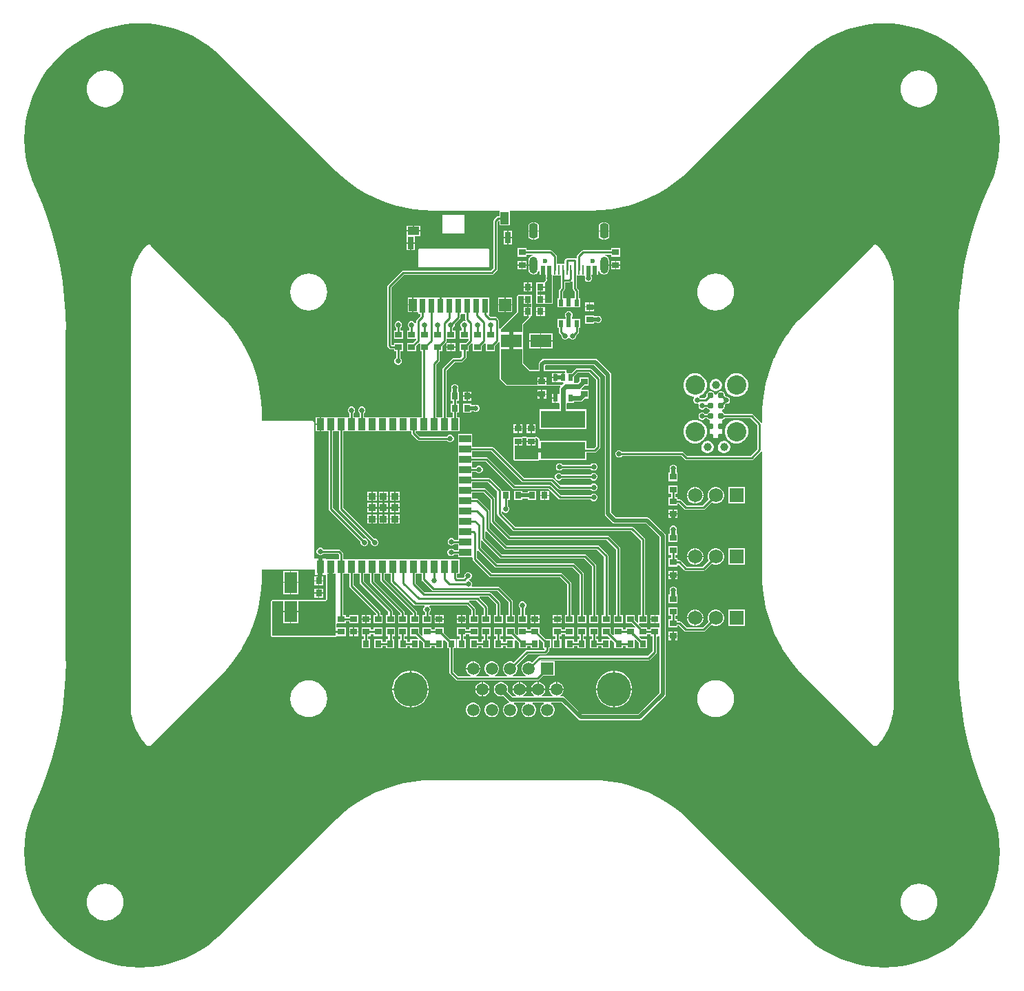
<source format=gtl>
G04*
G04 #@! TF.GenerationSoftware,Altium Limited,Altium Designer,22.2.1 (43)*
G04*
G04 Layer_Physical_Order=1*
G04 Layer_Color=255*
%FSLAX25Y25*%
%MOIN*%
G70*
G04*
G04 #@! TF.SameCoordinates,854AD7C7-718E-4D2E-BE00-AD7F3FE1A44B*
G04*
G04*
G04 #@! TF.FilePolarity,Positive*
G04*
G01*
G75*
%ADD15C,0.01968*%
%ADD17C,0.01000*%
%ADD19R,0.03347X0.03150*%
%ADD20R,0.03150X0.03347*%
%ADD21R,0.02362X0.03347*%
%ADD22R,0.21654X0.08465*%
%ADD23R,0.06299X0.10236*%
%ADD24R,0.10236X0.06299*%
%ADD25R,0.03543X0.05906*%
%ADD26R,0.05906X0.03543*%
%ADD27R,0.03543X0.03543*%
%ADD28R,0.03150X0.06890*%
%ADD29R,0.03937X0.05906*%
%ADD30R,0.05906X0.05906*%
%ADD31R,0.03150X0.05906*%
%ADD32R,0.05709X0.03937*%
%ADD33R,0.03150X0.05512*%
%ADD34R,0.03937X0.06102*%
%ADD35R,0.02165X0.03937*%
%ADD36R,0.00984X0.04528*%
%ADD67C,0.03100*%
%ADD68C,0.02000*%
%ADD69C,0.02362*%
%ADD70C,0.06890*%
%ADD71R,0.06890X0.06890*%
%ADD72C,0.09350*%
%ADD73C,0.03900*%
%ADD74C,0.05937*%
%ADD75C,0.16598*%
%ADD76R,0.05937X0.05937*%
G04:AMPARAMS|DCode=77|XSize=70.87mil|YSize=39.37mil|CornerRadius=9.84mil|HoleSize=0mil|Usage=FLASHONLY|Rotation=270.000|XOffset=0mil|YOffset=0mil|HoleType=Round|Shape=RoundedRectangle|*
%AMROUNDEDRECTD77*
21,1,0.07087,0.01968,0,0,270.0*
21,1,0.05118,0.03937,0,0,270.0*
1,1,0.01968,-0.00984,-0.02559*
1,1,0.01968,-0.00984,0.02559*
1,1,0.01968,0.00984,0.02559*
1,1,0.01968,0.00984,-0.02559*
%
%ADD77ROUNDEDRECTD77*%
%ADD78O,0.03937X0.08268*%
%ADD79C,0.02362*%
%ADD80C,0.02559*%
G36*
X184206Y228291D02*
X188572Y227775D01*
X192885Y226917D01*
X197116Y225723D01*
X201241Y224201D01*
X205235Y222361D01*
X209071Y220212D01*
X212726Y217770D01*
X216179Y215048D01*
X219408Y212063D01*
X222393Y208834D01*
X225115Y205381D01*
X227557Y201726D01*
X229706Y197889D01*
X231546Y193896D01*
X233068Y189771D01*
X234262Y185540D01*
X235120Y181227D01*
X235636Y176861D01*
X235809Y172468D01*
X235636Y168074D01*
X235120Y163708D01*
X234262Y159396D01*
X233068Y155164D01*
X232392Y153330D01*
D01*
X232217Y152865D01*
X230199Y148568D01*
X227206Y141341D01*
X224550Y133984D01*
X222236Y126512D01*
X220270Y118941D01*
X218655Y111288D01*
X217396Y103568D01*
X216494Y95798D01*
X215953Y87995D01*
X215772Y80176D01*
X215798D01*
Y-80176D01*
X215798Y-80176D01*
X215772D01*
X215953Y-87995D01*
X216494Y-95798D01*
X217396Y-103568D01*
X218655Y-111288D01*
X220270Y-118941D01*
X222236Y-126512D01*
X224550Y-133984D01*
X227206Y-141341D01*
X230199Y-148568D01*
X232217Y-152865D01*
X232392Y-153330D01*
D01*
X233068Y-155164D01*
X234262Y-159396D01*
X235120Y-163708D01*
X235636Y-168074D01*
X235809Y-172468D01*
X235636Y-176861D01*
X235120Y-181228D01*
X234262Y-185540D01*
X233068Y-189771D01*
X231546Y-193897D01*
X229706Y-197889D01*
X227557Y-201726D01*
X225115Y-205381D01*
X222393Y-208834D01*
X219408Y-212063D01*
X216179Y-215048D01*
X212726Y-217770D01*
X209071Y-220212D01*
X205235Y-222361D01*
X201241Y-224201D01*
X197116Y-225723D01*
X192885Y-226917D01*
X188572Y-227775D01*
X184206Y-228291D01*
X179813Y-228464D01*
X175419Y-228291D01*
X171053Y-227775D01*
X166741Y-226917D01*
X162509Y-225723D01*
X158384Y-224201D01*
X154391Y-222361D01*
X150555Y-220212D01*
X146899Y-217770D01*
X143446Y-215048D01*
X140257Y-212100D01*
X140226Y-212054D01*
X84833Y-156661D01*
X84766Y-156616D01*
X82368Y-154383D01*
X78599Y-151346D01*
X74624Y-148586D01*
X70461Y-146116D01*
X66133Y-143950D01*
X61661Y-142097D01*
X57069Y-140569D01*
X52379Y-139372D01*
X47616Y-138513D01*
X42804Y-137995D01*
X37967Y-137823D01*
Y-137846D01*
X-38164D01*
Y-137823D01*
X-43001Y-137995D01*
X-47813Y-138513D01*
X-52576Y-139372D01*
X-57266Y-140569D01*
X-61858Y-142097D01*
X-66330Y-143950D01*
X-70658Y-146116D01*
X-74821Y-148586D01*
X-78796Y-151346D01*
X-82565Y-154383D01*
X-84963Y-156616D01*
X-85030Y-156661D01*
X-140423Y-212054D01*
X-140454Y-212100D01*
X-143643Y-215048D01*
X-147096Y-217770D01*
X-150751Y-220212D01*
X-154588Y-222361D01*
X-158581Y-224201D01*
X-162706Y-225723D01*
X-166937Y-226917D01*
X-171250Y-227775D01*
X-175616Y-228291D01*
X-180009Y-228464D01*
X-184403Y-228291D01*
X-188769Y-227775D01*
X-193082Y-226917D01*
X-197313Y-225723D01*
X-201438Y-224201D01*
X-205431Y-222361D01*
X-209267Y-220212D01*
X-212923Y-217770D01*
X-216376Y-215048D01*
X-219605Y-212063D01*
X-222589Y-208834D01*
X-225311Y-205381D01*
X-227754Y-201726D01*
X-229903Y-197889D01*
X-231743Y-193897D01*
X-233265Y-189771D01*
X-234459Y-185540D01*
X-235316Y-181228D01*
X-235833Y-176861D01*
X-236006Y-172468D01*
X-235833Y-168074D01*
X-235316Y-163708D01*
X-234459Y-159396D01*
X-233265Y-155164D01*
X-232589Y-153330D01*
D01*
X-232413Y-152865D01*
X-230396Y-148568D01*
X-227403Y-141341D01*
X-224746Y-133984D01*
X-222433Y-126512D01*
X-220466Y-118941D01*
X-218852Y-111288D01*
X-217593Y-103568D01*
X-216691Y-95798D01*
X-216150Y-87995D01*
X-215969Y-80176D01*
X-215995D01*
X-215995Y-80176D01*
Y80176D01*
X-215969D01*
X-216150Y87995D01*
X-216691Y95798D01*
X-217593Y103568D01*
X-218852Y111288D01*
X-220466Y118941D01*
X-222433Y126512D01*
X-224746Y133984D01*
X-227403Y141341D01*
X-230396Y148568D01*
X-232413Y152865D01*
X-232589Y153330D01*
D01*
X-233265Y155164D01*
X-234459Y159396D01*
X-235316Y163708D01*
X-235833Y168074D01*
X-236006Y172468D01*
X-235833Y176861D01*
X-235316Y181227D01*
X-234459Y185540D01*
X-233265Y189771D01*
X-231743Y193896D01*
X-229903Y197889D01*
X-227754Y201726D01*
X-225311Y205381D01*
X-222589Y208834D01*
X-219605Y212063D01*
X-216376Y215048D01*
X-212923Y217770D01*
X-209267Y220212D01*
X-205431Y222361D01*
X-201438Y224201D01*
X-197313Y225723D01*
X-193082Y226917D01*
X-188769Y227775D01*
X-184403Y228291D01*
X-180009Y228464D01*
X-175616Y228291D01*
X-171250Y227775D01*
X-166937Y226917D01*
X-162706Y225723D01*
X-158581Y224201D01*
X-154588Y222361D01*
X-150751Y220212D01*
X-147096Y217770D01*
X-143643Y215048D01*
X-140454Y212099D01*
X-140423Y212054D01*
X-85030Y156661D01*
X-84963Y156616D01*
X-82565Y154383D01*
X-78796Y151346D01*
X-74821Y148586D01*
X-70658Y146116D01*
X-66330Y143950D01*
X-61858Y142097D01*
X-57266Y140569D01*
X-52576Y139372D01*
X-47813Y138513D01*
X-43001Y137995D01*
X-38164Y137822D01*
Y137846D01*
X-6592D01*
X-6110Y137803D01*
X-6110Y137346D01*
Y135272D01*
X-6693D01*
X-7083Y135194D01*
X-7414Y134973D01*
X-8723Y133663D01*
X-8944Y133333D01*
X-9022Y132942D01*
Y110136D01*
X-10265Y108894D01*
X-52756D01*
X-53146Y108816D01*
X-53477Y108595D01*
X-60170Y101902D01*
X-60391Y101571D01*
X-60468Y101181D01*
Y72539D01*
X-60391Y72149D01*
X-60170Y71818D01*
X-59382Y71031D01*
X-59052Y70810D01*
X-58661Y70732D01*
X-57291D01*
Y69677D01*
X-56236D01*
Y66458D01*
X-56725Y65969D01*
X-56996Y65315D01*
Y64607D01*
X-56725Y63953D01*
X-56225Y63452D01*
X-55571Y63181D01*
X-54863D01*
X-54208Y63452D01*
X-53708Y63953D01*
X-53437Y64607D01*
Y65315D01*
X-53708Y65969D01*
X-54197Y66458D01*
Y69677D01*
X-52945D01*
Y73827D01*
X-57291D01*
Y72772D01*
X-58239D01*
X-58429Y72962D01*
Y100759D01*
X-52334Y106854D01*
X-9843D01*
X-9452Y106932D01*
X-9122Y107153D01*
X-7281Y108993D01*
X-7060Y109324D01*
X-6983Y109714D01*
Y132520D01*
X-6610Y132893D01*
X-6110Y132686D01*
Y130701D01*
X-1173D01*
X-1173Y137803D01*
X-691Y137846D01*
X37967D01*
Y137822D01*
X42804Y137995D01*
X47616Y138513D01*
X52379Y139372D01*
X57069Y140569D01*
X61661Y142097D01*
X66133Y143950D01*
X70461Y146116D01*
X74624Y148586D01*
X78599Y151346D01*
X82368Y154383D01*
X84766Y156616D01*
X84833Y156661D01*
X140226Y212054D01*
X140257Y212099D01*
X143446Y215048D01*
X146899Y217770D01*
X150555Y220212D01*
X154391Y222361D01*
X158384Y224201D01*
X162509Y225723D01*
X166741Y226917D01*
X171053Y227775D01*
X175419Y228291D01*
X179813Y228464D01*
X184206Y228291D01*
D02*
G37*
%LPC*%
G36*
X196752Y205767D02*
X195012Y205596D01*
X193340Y205089D01*
X191798Y204265D01*
X190447Y203156D01*
X189338Y201804D01*
X188514Y200263D01*
X188006Y198590D01*
X187835Y196850D01*
X188006Y195111D01*
X188514Y193438D01*
X189338Y191896D01*
X190447Y190545D01*
X191798Y189436D01*
X193340Y188612D01*
X195012Y188105D01*
X196752Y187933D01*
X198492Y188105D01*
X200164Y188612D01*
X201706Y189436D01*
X203057Y190545D01*
X204166Y191896D01*
X204990Y193438D01*
X205498Y195111D01*
X205669Y196850D01*
X205498Y198590D01*
X204990Y200263D01*
X204166Y201804D01*
X203057Y203156D01*
X201706Y204265D01*
X200164Y205089D01*
X198492Y205596D01*
X196752Y205767D01*
D02*
G37*
G36*
X-196949D02*
X-198688Y205596D01*
X-200361Y205089D01*
X-201903Y204265D01*
X-203254Y203156D01*
X-204363Y201804D01*
X-205187Y200263D01*
X-205694Y198590D01*
X-205866Y196850D01*
X-205694Y195111D01*
X-205187Y193438D01*
X-204363Y191896D01*
X-203254Y190545D01*
X-201903Y189436D01*
X-200361Y188612D01*
X-198688Y188105D01*
X-196949Y187933D01*
X-195209Y188105D01*
X-193536Y188612D01*
X-191995Y189436D01*
X-190644Y190545D01*
X-189535Y191896D01*
X-188711Y193438D01*
X-188203Y195111D01*
X-188032Y196850D01*
X-188203Y198590D01*
X-188711Y200263D01*
X-189535Y201804D01*
X-190644Y203156D01*
X-191995Y204265D01*
X-193536Y205089D01*
X-195209Y205596D01*
X-196949Y205767D01*
D02*
G37*
G36*
X-44480Y130520D02*
X-47585D01*
Y128301D01*
X-44480D01*
Y130520D01*
D02*
G37*
G36*
X-48085D02*
X-51189D01*
Y128301D01*
X-48085D01*
Y130520D01*
D02*
G37*
G36*
X11339Y132025D02*
X10604D01*
Y128203D01*
X12852D01*
Y130512D01*
X12737Y131091D01*
X12409Y131582D01*
X11918Y131910D01*
X11339Y132025D01*
D02*
G37*
G36*
X10104D02*
X9370D01*
X8791Y131910D01*
X8300Y131582D01*
X7972Y131091D01*
X7857Y130512D01*
Y128203D01*
X10104D01*
Y132025D01*
D02*
G37*
G36*
X45354D02*
X44620D01*
Y128203D01*
X46868D01*
Y130512D01*
X46752Y131091D01*
X46424Y131582D01*
X45933Y131910D01*
X45354Y132025D01*
D02*
G37*
G36*
X44120D02*
X43386D01*
X42807Y131910D01*
X42316Y131582D01*
X41988Y131091D01*
X41873Y130512D01*
Y128203D01*
X44120D01*
Y132025D01*
D02*
G37*
G36*
X-23524Y135876D02*
X-33366D01*
X-33749Y135717D01*
X-33907Y135335D01*
Y127461D01*
X-33749Y127078D01*
X-33366Y126919D01*
X-23524D01*
X-23141Y127078D01*
X-22982Y127461D01*
Y135335D01*
X-23141Y135717D01*
X-23524Y135876D01*
D02*
G37*
G36*
X8Y127961D02*
X-1817D01*
Y124955D01*
X8D01*
Y127961D01*
D02*
G37*
G36*
X-2317D02*
X-4142D01*
Y124955D01*
X-2317D01*
Y127961D01*
D02*
G37*
G36*
X46868Y127703D02*
X44620D01*
Y123880D01*
X45354D01*
X45933Y123996D01*
X46424Y124324D01*
X46752Y124815D01*
X46868Y125394D01*
Y127703D01*
D02*
G37*
G36*
X44120D02*
X41873D01*
Y125394D01*
X41988Y124815D01*
X42316Y124324D01*
X42807Y123996D01*
X43386Y123880D01*
X44120D01*
Y127703D01*
D02*
G37*
G36*
X12852Y127703D02*
X10604D01*
Y123880D01*
X11339D01*
X11918Y123996D01*
X12409Y124324D01*
X12737Y124815D01*
X12852Y125394D01*
Y127703D01*
D02*
G37*
G36*
X10104D02*
X7857D01*
Y125394D01*
X7972Y124815D01*
X8300Y124324D01*
X8791Y123996D01*
X9370Y123880D01*
X10104D01*
Y127703D01*
D02*
G37*
G36*
X-44480Y127801D02*
X-47835D01*
X-51189D01*
Y125583D01*
Y122396D01*
X-47039D01*
Y125583D01*
X-44480D01*
Y127801D01*
D02*
G37*
G36*
X8Y124455D02*
X-1817D01*
Y121449D01*
X8D01*
Y124455D01*
D02*
G37*
G36*
X-2317D02*
X-4142D01*
Y121449D01*
X-2317D01*
Y124455D01*
D02*
G37*
G36*
X175670Y121386D02*
X175657Y121384D01*
X175645Y121386D01*
X175429Y121377D01*
X175416Y121374D01*
X175404Y121376D01*
X175265Y121337D01*
X175124Y121303D01*
X175114Y121296D01*
X175102Y121292D01*
X174909Y121195D01*
X174898Y121188D01*
X174886Y121184D01*
X174775Y121092D01*
X174661Y121003D01*
X174655Y120992D01*
X174645Y120984D01*
X174603Y120932D01*
X139895Y86224D01*
X139894Y86222D01*
X139892Y86221D01*
X139890Y86219D01*
X139888Y86216D01*
X139885Y86214D01*
X139883Y86212D01*
X139881Y86209D01*
X139879Y86207D01*
X139876Y86205D01*
X139874Y86202D01*
X139872Y86200D01*
X138393Y84650D01*
X138379Y84628D01*
X138359Y84612D01*
X135603Y81330D01*
X135591Y81307D01*
X135572Y81290D01*
X133030Y77839D01*
X133019Y77816D01*
X133001Y77797D01*
X130683Y74193D01*
X130674Y74168D01*
X130657Y74149D01*
X128573Y70404D01*
X128565Y70380D01*
X128549Y70359D01*
X126707Y66490D01*
X126700Y66465D01*
X126686Y66443D01*
X125093Y62465D01*
X125088Y62439D01*
X125076Y62417D01*
X123738Y58346D01*
X123735Y58320D01*
X123723Y58297D01*
X122647Y54149D01*
X122645Y54123D01*
X122636Y54099D01*
X121824Y49891D01*
X121824Y49865D01*
X121816Y49841D01*
X121273Y45590D01*
X121275Y45564D01*
X121269Y45539D01*
X120997Y41262D01*
X121000Y41236D01*
X120995Y41211D01*
Y39068D01*
X120995Y39068D01*
Y35201D01*
X120495Y35049D01*
X120415Y35169D01*
X116477Y39107D01*
X116147Y39328D01*
X115756Y39405D01*
X102722D01*
X102663Y39547D01*
X102086Y40124D01*
X101466Y40380D01*
Y41391D01*
X102086Y41648D01*
X102663Y42225D01*
X102975Y42978D01*
Y43794D01*
X102914Y43942D01*
X103256Y44284D01*
X103897D01*
X104551Y44554D01*
X105052Y45055D01*
X105323Y45709D01*
Y46417D01*
X105052Y47071D01*
X104551Y47572D01*
X103897Y47842D01*
X103437D01*
X103149Y47927D01*
X102975Y48295D01*
Y48794D01*
X102663Y49547D01*
X102086Y50124D01*
X101333Y50436D01*
X100517D01*
X99764Y50124D01*
X99187Y49547D01*
X98931Y48927D01*
X97920D01*
X97663Y49547D01*
X97086Y50124D01*
X96333Y50436D01*
X95517D01*
X94764Y50124D01*
X94187Y49547D01*
X93875Y48794D01*
Y47978D01*
X93879Y47970D01*
X92991Y47083D01*
X90867D01*
X90422Y47528D01*
X90427Y47782D01*
X90494Y48065D01*
X90616Y48098D01*
X91910Y48845D01*
X92966Y49901D01*
X93713Y51195D01*
X94100Y52639D01*
Y54133D01*
X93713Y55576D01*
X92966Y56870D01*
X91910Y57927D01*
X90616Y58674D01*
X89172Y59061D01*
X87678D01*
X86235Y58674D01*
X84941Y57927D01*
X83884Y56870D01*
X83137Y55576D01*
X82750Y54133D01*
Y52639D01*
X83137Y51195D01*
X83884Y49901D01*
X84941Y48845D01*
X86235Y48098D01*
X87678Y47711D01*
X87794D01*
X88001Y47211D01*
X87862Y47071D01*
X87590Y46417D01*
Y45709D01*
X87862Y45055D01*
X88362Y44554D01*
X89016Y44284D01*
X89724D01*
X90096Y43896D01*
X90031Y43740D01*
Y43032D01*
X90302Y42378D01*
X90803Y41877D01*
X91457Y41606D01*
X92165D01*
X92819Y41877D01*
X93308Y42366D01*
X94129D01*
X94187Y42225D01*
X94764Y41648D01*
X95384Y41391D01*
Y40380D01*
X94764Y40124D01*
X94187Y39547D01*
X94129Y39405D01*
X93308D01*
X92819Y39894D01*
X92165Y40165D01*
X91457D01*
X90803Y39894D01*
X90302Y39394D01*
X90031Y38740D01*
Y38032D01*
X90302Y37378D01*
X90803Y36877D01*
X91457Y36606D01*
X92165D01*
X92819Y36877D01*
X93308Y37366D01*
X94129D01*
X94187Y37225D01*
X94764Y36648D01*
X95384Y36391D01*
Y34937D01*
X95459Y34757D01*
X95525Y34573D01*
X95537Y34567D01*
X95543Y34554D01*
X95723Y34480D01*
X95899Y34396D01*
X95982Y34392D01*
X96035Y34390D01*
X96078Y34384D01*
X96129Y34373D01*
X96183Y34360D01*
X96246Y34341D01*
X96293Y34326D01*
X96334Y34309D01*
X96382Y34286D01*
X96422Y34264D01*
X96474Y34231D01*
X96474D01*
X96474Y34231D01*
X96523Y34199D01*
X96560Y34171D01*
X96592Y34143D01*
X96637Y34098D01*
X96682Y34052D01*
X96710Y34020D01*
X96738Y33983D01*
X96770Y33934D01*
X96770Y33934D01*
X96770Y33934D01*
X96803Y33883D01*
X96825Y33843D01*
X96848Y33795D01*
X96865Y33754D01*
X96880Y33707D01*
X96899Y33644D01*
X96913Y33590D01*
X96923Y33538D01*
X96929Y33495D01*
X96932Y33442D01*
X96934Y33398D01*
Y33374D01*
X96932Y33330D01*
X96932Y33330D01*
X96929Y33276D01*
X96923Y33233D01*
X96913Y33182D01*
X96899Y33128D01*
X96880Y33065D01*
X96865Y33018D01*
X96848Y32977D01*
X96825Y32929D01*
X96803Y32889D01*
X96770Y32837D01*
Y32837D01*
X96770Y32837D01*
X96738Y32788D01*
X96710Y32751D01*
X96682Y32719D01*
X96637Y32674D01*
X96592Y32629D01*
X96560Y32601D01*
X96523Y32573D01*
X96474Y32541D01*
X96474Y32541D01*
X96474Y32541D01*
X96422Y32508D01*
X96382Y32486D01*
X96334Y32463D01*
X96293Y32445D01*
X96246Y32431D01*
X96183Y32412D01*
X96129Y32398D01*
X96078Y32388D01*
X96035Y32382D01*
X95982Y32379D01*
X95899Y32375D01*
X95723Y32292D01*
X95543Y32217D01*
X95537Y32205D01*
X95525Y32199D01*
X95459Y32015D01*
X95384Y31835D01*
Y29937D01*
X95459Y29757D01*
X95525Y29573D01*
X95537Y29567D01*
X95543Y29554D01*
X95723Y29480D01*
X95899Y29396D01*
X95982Y29392D01*
X96035Y29390D01*
X96078Y29384D01*
X96129Y29373D01*
X96183Y29360D01*
X96246Y29341D01*
X96293Y29326D01*
X96334Y29309D01*
X96382Y29286D01*
X96422Y29264D01*
X96474Y29231D01*
X96474D01*
X96474Y29231D01*
X96523Y29199D01*
X96560Y29171D01*
X96592Y29143D01*
X96637Y29098D01*
X96682Y29052D01*
X96710Y29020D01*
X96738Y28983D01*
X96770Y28934D01*
X96770Y28934D01*
X96770Y28934D01*
X96803Y28883D01*
X96825Y28843D01*
X96848Y28795D01*
X96865Y28754D01*
X96880Y28707D01*
X96899Y28644D01*
X96913Y28590D01*
X96923Y28539D01*
X96929Y28495D01*
X96932Y28442D01*
X96934Y28398D01*
Y28386D01*
X96935Y28384D01*
X96936Y28360D01*
X97009Y28204D01*
X97092Y28003D01*
X97107Y27997D01*
X97112Y27985D01*
X97287Y27922D01*
X97475Y27845D01*
X99375D01*
X99375Y27845D01*
X99375Y27845D01*
X99563Y27923D01*
X99738Y27985D01*
X99744Y27997D01*
X99758Y28003D01*
X99758Y28003D01*
X99758Y28003D01*
X99841Y28204D01*
X99915Y28360D01*
X99916Y28384D01*
X99916Y28386D01*
Y28398D01*
X99919Y28442D01*
X99919Y28442D01*
X99921Y28495D01*
X99927Y28539D01*
X99938Y28590D01*
X99951Y28644D01*
X99970Y28707D01*
X99985Y28754D01*
X100002Y28795D01*
X100025Y28843D01*
X100047Y28883D01*
X100080Y28934D01*
Y28934D01*
X100080Y28934D01*
X100112Y28983D01*
X100140Y29020D01*
X100168Y29052D01*
X100213Y29098D01*
X100259Y29143D01*
X100291Y29171D01*
X100328Y29199D01*
X100377Y29231D01*
X100377Y29231D01*
X100377Y29231D01*
X100428Y29264D01*
X100468Y29286D01*
X100516Y29309D01*
X100557Y29326D01*
X100604Y29341D01*
X100667Y29360D01*
X100721Y29373D01*
X100773Y29384D01*
X100816Y29390D01*
X100869Y29392D01*
X100951Y29396D01*
X101128Y29480D01*
X101308Y29554D01*
X101313Y29567D01*
X101326Y29573D01*
X101392Y29757D01*
X101466Y29937D01*
Y31835D01*
X101392Y32015D01*
X101326Y32199D01*
X101313Y32205D01*
X101308Y32217D01*
X101128Y32292D01*
X100951Y32375D01*
X100869Y32379D01*
X100816Y32382D01*
X100773Y32388D01*
X100721Y32398D01*
X100667Y32412D01*
X100604Y32431D01*
X100557Y32445D01*
X100516Y32463D01*
X100468Y32486D01*
X100428Y32508D01*
X100377Y32541D01*
X100377D01*
X100377Y32541D01*
X100328Y32573D01*
X100291Y32601D01*
X100259Y32629D01*
X100213Y32674D01*
X100168Y32719D01*
X100140Y32751D01*
X100112Y32788D01*
X100080Y32837D01*
X100080Y32837D01*
X100080Y32837D01*
X100047Y32889D01*
X100025Y32929D01*
X100002Y32977D01*
X99985Y33018D01*
X99970Y33065D01*
X99951Y33128D01*
X99938Y33182D01*
X99927Y33233D01*
X99921Y33276D01*
X99919Y33329D01*
X99916Y33374D01*
Y33398D01*
X99919Y33441D01*
X99919Y33441D01*
X99921Y33495D01*
X99927Y33538D01*
X99938Y33590D01*
X99951Y33644D01*
X99970Y33707D01*
X99985Y33754D01*
X100002Y33795D01*
X100025Y33843D01*
X100047Y33883D01*
X100080Y33934D01*
Y33934D01*
X100080Y33934D01*
X100112Y33983D01*
X100140Y34020D01*
X100168Y34052D01*
X100213Y34098D01*
X100259Y34143D01*
X100291Y34171D01*
X100328Y34199D01*
X100377Y34231D01*
X100377Y34231D01*
X100377Y34231D01*
X100428Y34264D01*
X100468Y34286D01*
X100516Y34309D01*
X100557Y34326D01*
X100604Y34341D01*
X100667Y34360D01*
X100721Y34373D01*
X100773Y34384D01*
X100816Y34390D01*
X100869Y34392D01*
X100951Y34396D01*
X101128Y34480D01*
X101308Y34554D01*
X101313Y34567D01*
X101326Y34573D01*
X101392Y34757D01*
X101466Y34937D01*
Y36391D01*
X102086Y36648D01*
X102663Y37225D01*
X102722Y37366D01*
X115334D01*
X118674Y34026D01*
Y22478D01*
X115326Y19130D01*
X84674D01*
X83004Y20800D01*
X82674Y21021D01*
X82284Y21098D01*
X53072D01*
X52583Y21587D01*
X51929Y21858D01*
X51221D01*
X50567Y21587D01*
X50066Y21087D01*
X49795Y20433D01*
Y19725D01*
X50066Y19071D01*
X50567Y18570D01*
X51221Y18299D01*
X51929D01*
X52583Y18570D01*
X53072Y19059D01*
X81861D01*
X83531Y17389D01*
X83862Y17168D01*
X84252Y17091D01*
X115748D01*
X116138Y17168D01*
X116469Y17389D01*
X120415Y21335D01*
X120495Y21455D01*
X120995Y21304D01*
X120995Y-39088D01*
X120995Y-39092D01*
X120996Y-39098D01*
X120995Y-39104D01*
X120995Y-39110D01*
X120996Y-39115D01*
X120996Y-39118D01*
Y-39120D01*
X120995Y-39122D01*
X120996Y-39128D01*
X120996Y-39129D01*
X120999Y-41249D01*
X121004Y-41274D01*
X121001Y-41300D01*
X121277Y-45554D01*
X121284Y-45579D01*
X121282Y-45604D01*
X121826Y-49832D01*
X121834Y-49857D01*
X121834Y-49883D01*
X122644Y-54068D01*
X122653Y-54092D01*
X122655Y-54117D01*
X123727Y-58243D01*
X123738Y-58266D01*
X123741Y-58292D01*
X125072Y-62342D01*
X125085Y-62364D01*
X125089Y-62389D01*
X126673Y-66347D01*
X126687Y-66369D01*
X126693Y-66394D01*
X128523Y-70244D01*
X128539Y-70265D01*
X128547Y-70289D01*
X130616Y-74016D01*
X130633Y-74035D01*
X130642Y-74059D01*
X132943Y-77648D01*
X132961Y-77667D01*
X132971Y-77690D01*
X135494Y-81126D01*
X135513Y-81144D01*
X135525Y-81166D01*
X138260Y-84437D01*
X138280Y-84453D01*
X138293Y-84475D01*
X139687Y-85942D01*
X139699Y-85975D01*
X139730Y-86023D01*
X139761Y-86056D01*
X139782Y-86096D01*
X139818Y-86140D01*
X139853Y-86169D01*
X139878Y-86207D01*
X139897Y-86226D01*
X174604Y-120933D01*
X174646Y-120984D01*
X174654Y-120992D01*
X174660Y-121001D01*
X174775Y-121091D01*
X174887Y-121184D01*
X174898Y-121187D01*
X174907Y-121195D01*
X175098Y-121291D01*
X175109Y-121294D01*
X175118Y-121301D01*
X175259Y-121336D01*
X175399Y-121375D01*
X175411Y-121374D01*
X175422Y-121377D01*
X175635Y-121387D01*
X175647Y-121385D01*
X175658Y-121387D01*
X175801Y-121362D01*
X175945Y-121340D01*
X175955Y-121334D01*
X175966Y-121332D01*
X176165Y-121254D01*
X176175Y-121248D01*
X176186Y-121246D01*
X176306Y-121164D01*
X176429Y-121086D01*
X176436Y-121076D01*
X176445Y-121070D01*
X176520Y-120994D01*
X176521Y-120993D01*
X176521Y-120993D01*
X176522Y-120992D01*
X176523Y-120990D01*
X176525Y-120989D01*
X176525Y-120989D01*
X176526Y-120988D01*
X176526Y-120987D01*
X176528Y-120986D01*
X176529Y-120985D01*
X176530Y-120984D01*
X176531Y-120982D01*
X176532Y-120982D01*
X176532Y-120982D01*
X176533Y-120980D01*
X176534Y-120979D01*
X176534Y-120979D01*
X176535Y-120979D01*
X176535Y-120978D01*
X176536Y-120977D01*
X176537Y-120977D01*
X176538Y-120975D01*
X176539Y-120975D01*
X176539Y-120975D01*
X176539Y-120974D01*
X176540Y-120974D01*
X177450Y-120021D01*
X177471Y-119988D01*
X177500Y-119963D01*
X179132Y-117893D01*
X179149Y-117859D01*
X179176Y-117831D01*
X180603Y-115615D01*
X180617Y-115579D01*
X180641Y-115549D01*
X181851Y-113208D01*
X181861Y-113171D01*
X181883Y-113138D01*
X182864Y-110692D01*
X182871Y-110654D01*
X182889Y-110620D01*
X183632Y-108091D01*
X183636Y-108053D01*
X183651Y-108017D01*
X184150Y-105429D01*
X184150Y-105391D01*
X184161Y-105354D01*
X184412Y-102730D01*
X184408Y-102692D01*
X184415Y-102654D01*
Y-101336D01*
X184415Y-101336D01*
X184415Y101335D01*
Y102653D01*
X184407Y102691D01*
X184411Y102730D01*
X184160Y105354D01*
X184149Y105392D01*
X184149Y105430D01*
X183649Y108019D01*
X183635Y108055D01*
X183631Y108093D01*
X182887Y110623D01*
X182869Y110657D01*
X182862Y110695D01*
X181880Y113142D01*
X181859Y113174D01*
X181848Y113212D01*
X180638Y115554D01*
X180614Y115584D01*
X180599Y115620D01*
X179171Y117837D01*
X179144Y117865D01*
X179127Y117899D01*
X177494Y119969D01*
X177465Y119994D01*
X177444Y120027D01*
X176458Y121058D01*
X176447Y121065D01*
X176440Y121076D01*
X176320Y121155D01*
X176201Y121238D01*
X176189Y121240D01*
X176178Y121247D01*
X175978Y121328D01*
X175965Y121330D01*
X175954Y121337D01*
X175812Y121360D01*
X175670Y121386D01*
D02*
G37*
G36*
X-47039Y121896D02*
X-48864D01*
Y118693D01*
X-47039D01*
Y121896D01*
D02*
G37*
G36*
X-49364D02*
X-51189D01*
Y118693D01*
X-49364D01*
Y121896D01*
D02*
G37*
G36*
X52173Y119693D02*
X47827D01*
Y118638D01*
X34252D01*
X33862Y118560D01*
X33531Y118339D01*
X31563Y116371D01*
X31341Y116040D01*
X31264Y115650D01*
Y114881D01*
X31032Y114727D01*
X30764Y114649D01*
X30508Y114820D01*
X30118Y114898D01*
X26575D01*
X26185Y114820D01*
X25854Y114599D01*
X25657Y114402D01*
X25436Y114071D01*
X25358Y113681D01*
Y111996D01*
X21492D01*
Y115650D01*
X21414Y116040D01*
X21193Y116371D01*
X19225Y118339D01*
X18894Y118560D01*
X18504Y118638D01*
X6898D01*
Y119693D01*
X2551D01*
Y115543D01*
X6898D01*
Y116598D01*
X9904D01*
X9953Y116098D01*
X9391Y115987D01*
X8575Y115441D01*
X8029Y114625D01*
X7837Y113661D01*
Y111746D01*
X10354D01*
Y111496D01*
X10604D01*
Y106864D01*
X11317Y107005D01*
X12134Y107551D01*
X12680Y108368D01*
X12681Y108375D01*
X13181Y108326D01*
Y106764D01*
X14514D01*
Y109232D01*
X15014D01*
Y106764D01*
X16191D01*
Y105610D01*
X16134Y105472D01*
Y104764D01*
X16191Y104626D01*
Y104161D01*
X15373Y103343D01*
X15215Y102961D01*
X11606D01*
Y98714D01*
X11565Y98614D01*
Y97055D01*
X11606Y96956D01*
Y92709D01*
X15656D01*
X15756Y92668D01*
X19094D01*
X19477Y92826D01*
X19636Y93209D01*
Y104626D01*
X19693Y104764D01*
Y105472D01*
X19636Y105610D01*
Y106468D01*
X23390D01*
Y100422D01*
X22901Y99934D01*
X22680Y99603D01*
X22603Y99213D01*
Y95382D01*
X21941D01*
Y91035D01*
X25181D01*
X25303Y91035D01*
X25681D01*
X25803Y91035D01*
X27112D01*
Y93209D01*
Y95382D01*
X25803D01*
X25681Y95382D01*
X25303D01*
X25181Y95382D01*
X24642D01*
Y98790D01*
X25130Y99279D01*
X25351Y99610D01*
X25429Y100000D01*
Y103213D01*
X27657D01*
X28048Y103290D01*
X28378Y103511D01*
X28795Y103928D01*
X29295Y103721D01*
Y100000D01*
X29373Y99610D01*
X29594Y99279D01*
X30083Y98790D01*
Y95736D01*
X29729Y95382D01*
X29043Y95382D01*
X28921Y95382D01*
X27612D01*
Y93209D01*
Y91035D01*
X28921D01*
X29043Y91035D01*
X29421D01*
X29543Y91035D01*
X32783D01*
Y95382D01*
X32122D01*
Y99213D01*
X32044Y99603D01*
X31823Y99934D01*
X31335Y100422D01*
Y106468D01*
X34998D01*
X35237Y105968D01*
X35032Y105472D01*
Y104764D01*
X35302Y104110D01*
X35803Y103610D01*
X36457Y103339D01*
X37165D01*
X37819Y103610D01*
X38320Y104110D01*
X38591Y104764D01*
Y105472D01*
X38324Y106115D01*
Y106764D01*
X39711D01*
Y109232D01*
X40211D01*
Y106764D01*
X41543D01*
Y108326D01*
X42043Y108375D01*
X42045Y108368D01*
X42590Y107551D01*
X43407Y107005D01*
X44120Y106864D01*
Y111496D01*
X44370D01*
Y111746D01*
X46887D01*
Y113661D01*
X46695Y114625D01*
X46150Y115441D01*
X45333Y115987D01*
X44771Y116098D01*
X44820Y116598D01*
X47827D01*
Y115543D01*
X52173D01*
Y119693D01*
D02*
G37*
G36*
X6898Y113591D02*
X4975D01*
Y111766D01*
X6898D01*
Y113591D01*
D02*
G37*
G36*
X52173D02*
X50250D01*
Y111766D01*
X52173D01*
Y113591D01*
D02*
G37*
G36*
X49750D02*
X47827D01*
Y111766D01*
X49750D01*
Y113591D01*
D02*
G37*
G36*
X4474D02*
X2551D01*
Y111766D01*
X4474D01*
Y113591D01*
D02*
G37*
G36*
X-11516Y119340D02*
X-44980D01*
X-45363Y119182D01*
X-45522Y118799D01*
Y110925D01*
X-45363Y110543D01*
X-44980Y110384D01*
X-11516D01*
X-11133Y110543D01*
X-10975Y110925D01*
Y118799D01*
X-11133Y119182D01*
X-11516Y119340D01*
D02*
G37*
G36*
X52173Y111266D02*
X50250D01*
Y109441D01*
X52173D01*
Y111266D01*
D02*
G37*
G36*
X49750D02*
X47827D01*
Y109441D01*
X49750D01*
Y111266D01*
D02*
G37*
G36*
X6898D02*
X4975D01*
Y109441D01*
X6898D01*
Y111266D01*
D02*
G37*
G36*
X4474D02*
X2551D01*
Y109441D01*
X4474D01*
Y111266D01*
D02*
G37*
G36*
X46887Y111246D02*
X44620D01*
Y106864D01*
X45333Y107005D01*
X46150Y107551D01*
X46695Y108368D01*
X46887Y109331D01*
Y111246D01*
D02*
G37*
G36*
X10104Y111246D02*
X7837D01*
Y109331D01*
X8029Y108368D01*
X8575Y107551D01*
X9391Y107005D01*
X10104Y106864D01*
Y111246D01*
D02*
G37*
G36*
X9653Y102961D02*
X7829D01*
Y101037D01*
X9653D01*
Y102961D01*
D02*
G37*
G36*
X7329D02*
X5504D01*
Y101037D01*
X7329D01*
Y102961D01*
D02*
G37*
G36*
X9653Y100537D02*
X7829D01*
Y98614D01*
X9653D01*
Y100537D01*
D02*
G37*
G36*
X7329D02*
X5504D01*
Y98614D01*
X7329D01*
Y100537D01*
D02*
G37*
G36*
X8Y95677D02*
X-3195D01*
Y92474D01*
X8D01*
Y95677D01*
D02*
G37*
G36*
X-48380D02*
X-50598D01*
Y92474D01*
X-48380D01*
Y95677D01*
D02*
G37*
G36*
X-3695D02*
X-6898D01*
Y92474D01*
X-3695D01*
Y95677D01*
D02*
G37*
G36*
X39575Y93315D02*
X37652D01*
Y91490D01*
X39575D01*
Y93315D01*
D02*
G37*
G36*
X37152D02*
X35228D01*
Y91490D01*
X37152D01*
Y93315D01*
D02*
G37*
G36*
X98327Y107342D02*
X96587Y107171D01*
X94914Y106663D01*
X93373Y105839D01*
X92022Y104730D01*
X90913Y103379D01*
X90089Y101838D01*
X89581Y100165D01*
X89410Y98425D01*
X89581Y96686D01*
X90089Y95013D01*
X90913Y93471D01*
X92022Y92120D01*
X93373Y91011D01*
X94914Y90187D01*
X96587Y89680D01*
X98327Y89508D01*
X100066Y89680D01*
X101739Y90187D01*
X103281Y91011D01*
X104632Y92120D01*
X105741Y93471D01*
X106565Y95013D01*
X107072Y96686D01*
X107244Y98425D01*
X107072Y100165D01*
X106565Y101838D01*
X105741Y103379D01*
X104632Y104730D01*
X103281Y105839D01*
X101739Y106663D01*
X100066Y107171D01*
X98327Y107342D01*
D02*
G37*
G36*
X-98524D02*
X-100263Y107171D01*
X-101936Y106663D01*
X-103478Y105839D01*
X-104829Y104730D01*
X-105938Y103379D01*
X-106762Y101838D01*
X-107269Y100165D01*
X-107441Y98425D01*
X-107269Y96686D01*
X-106762Y95013D01*
X-105938Y93471D01*
X-104829Y92120D01*
X-103478Y91011D01*
X-101936Y90187D01*
X-100263Y89680D01*
X-98524Y89508D01*
X-96784Y89680D01*
X-95111Y90187D01*
X-93570Y91011D01*
X-92218Y92120D01*
X-91109Y93471D01*
X-90285Y95013D01*
X-89778Y96686D01*
X-89607Y98425D01*
X-89778Y100165D01*
X-90285Y101838D01*
X-91109Y103379D01*
X-92218Y104730D01*
X-93570Y105839D01*
X-95111Y106663D01*
X-96784Y107171D01*
X-98524Y107342D01*
D02*
G37*
G36*
X15756Y91150D02*
X13931D01*
Y89226D01*
X15756D01*
Y91150D01*
D02*
G37*
G36*
X13431D02*
X11606D01*
Y89226D01*
X13431D01*
Y91150D01*
D02*
G37*
G36*
X39575Y90990D02*
X37652D01*
Y89165D01*
X39575D01*
Y90990D01*
D02*
G37*
G36*
X37152D02*
X35228D01*
Y89165D01*
X37152D01*
Y90990D01*
D02*
G37*
G36*
X8Y91974D02*
X-3195D01*
Y88772D01*
X8D01*
Y91974D01*
D02*
G37*
G36*
X-3695D02*
X-6898D01*
Y88772D01*
X-3695D01*
Y91974D01*
D02*
G37*
G36*
X-48380D02*
X-50598D01*
Y88772D01*
X-48380D01*
Y91974D01*
D02*
G37*
G36*
X15756Y88726D02*
X13931D01*
Y86803D01*
X15756D01*
Y88726D01*
D02*
G37*
G36*
X13431D02*
X11606D01*
Y86803D01*
X13431D01*
Y88726D01*
D02*
G37*
G36*
X39575Y87213D02*
X35228D01*
Y83063D01*
X39575D01*
Y83625D01*
X40519D01*
X41162Y83358D01*
X41870D01*
X42524Y83629D01*
X43024Y84130D01*
X43295Y84784D01*
Y85492D01*
X43024Y86146D01*
X42524Y86646D01*
X41870Y86917D01*
X41162D01*
X40519Y86651D01*
X39575D01*
Y87213D01*
D02*
G37*
G36*
X5504Y97096D02*
X2756D01*
X2373Y96938D01*
X2215Y96555D01*
Y88905D01*
X-5861Y80830D01*
X-6021Y80845D01*
X-6361Y80977D01*
Y84546D01*
X-6438Y84936D01*
X-6659Y85267D01*
X-7547Y86154D01*
X-7878Y86375D01*
X-8268Y86453D01*
X-10601D01*
X-11474Y87326D01*
X-11283Y87787D01*
X-11016D01*
Y95677D01*
X-14846D01*
X-15165Y95677D01*
X-15665Y95677D01*
X-19177D01*
X-19496Y95677D01*
X-19996Y95677D01*
X-23508D01*
X-23827Y95677D01*
X-24327Y95677D01*
X-28157D01*
Y95677D01*
X-28339D01*
Y95677D01*
X-32169D01*
X-32488Y95677D01*
X-32988Y95677D01*
X-34494D01*
Y91732D01*
X-34994D01*
Y95677D01*
X-36500D01*
X-36819Y95677D01*
X-37319Y95677D01*
X-41150D01*
Y95677D01*
X-41331D01*
Y95677D01*
X-45161D01*
X-45480Y95677D01*
X-45980Y95677D01*
X-47880D01*
Y92224D01*
Y88772D01*
X-45661Y88772D01*
X-45480Y88347D01*
Y87787D01*
X-44425D01*
Y86938D01*
X-46292Y85072D01*
X-46513Y84741D01*
X-46590Y84351D01*
Y83282D01*
X-47090Y83183D01*
X-47258Y83587D01*
X-47758Y84087D01*
X-48412Y84358D01*
X-49120D01*
X-49774Y84087D01*
X-50275Y83587D01*
X-50546Y82933D01*
Y82225D01*
X-50275Y81571D01*
X-49786Y81082D01*
Y79929D01*
X-50939D01*
Y75779D01*
X-46593Y75779D01*
X-46590Y75281D01*
Y75271D01*
X-48035Y73827D01*
X-50939D01*
Y69677D01*
X-46593D01*
Y72385D01*
X-45115Y73863D01*
X-44999Y73874D01*
X-44571Y73525D01*
X-44571Y73369D01*
Y69677D01*
X-43775D01*
Y37902D01*
X-44984D01*
X-45028Y37902D01*
X-45484D01*
X-45528Y37902D01*
X-49984D01*
X-50028Y37902D01*
X-50484D01*
X-50528Y37902D01*
X-54984D01*
X-55028Y37902D01*
X-55484D01*
X-55528Y37902D01*
X-59984D01*
X-60027Y37902D01*
X-60484D01*
X-60528Y37902D01*
X-64984D01*
X-65027Y37902D01*
X-65484D01*
X-65528Y37902D01*
X-69984D01*
X-70028Y37902D01*
X-70484D01*
X-70528Y37902D01*
X-71736D01*
Y39743D01*
X-71247Y40232D01*
X-70976Y40886D01*
Y41594D01*
X-71247Y42248D01*
X-71748Y42749D01*
X-72402Y43020D01*
X-73110D01*
X-73764Y42749D01*
X-74265Y42248D01*
X-74535Y41594D01*
Y40886D01*
X-74265Y40232D01*
X-73776Y39743D01*
Y37902D01*
X-74984D01*
X-75028Y37902D01*
X-75484D01*
X-75528Y37902D01*
X-76736D01*
Y39743D01*
X-76247Y40232D01*
X-75976Y40886D01*
Y41594D01*
X-76247Y42248D01*
X-76748Y42749D01*
X-77402Y43020D01*
X-78110D01*
X-78764Y42749D01*
X-79264Y42248D01*
X-79535Y41594D01*
Y40886D01*
X-79264Y40232D01*
X-78776Y39743D01*
Y37902D01*
X-79984D01*
X-80028Y37902D01*
X-80484D01*
X-80528Y37902D01*
X-84984D01*
X-85027Y37902D01*
X-85484D01*
X-85528Y37902D01*
X-89984D01*
X-90027Y37902D01*
X-90484D01*
X-90528Y37902D01*
X-92506D01*
Y34449D01*
Y30996D01*
X-90528D01*
X-90484Y30996D01*
X-90027D01*
X-89984Y30996D01*
X-88775D01*
Y-6516D01*
X-88698Y-6906D01*
X-88477Y-7237D01*
X-73315Y-22399D01*
Y-23090D01*
X-73044Y-23744D01*
X-72543Y-24245D01*
X-71889Y-24516D01*
X-71181D01*
X-70527Y-24245D01*
X-70027Y-23744D01*
X-69756Y-23090D01*
Y-22382D01*
X-70027Y-21728D01*
X-70527Y-21228D01*
X-71181Y-20957D01*
X-71873D01*
X-86736Y-6093D01*
Y30996D01*
X-85528D01*
X-85484Y30996D01*
X-85027D01*
X-84984Y30996D01*
X-83776D01*
Y-6516D01*
X-83698Y-6906D01*
X-83477Y-7237D01*
X-68315Y-22399D01*
Y-23090D01*
X-68044Y-23744D01*
X-67543Y-24245D01*
X-66889Y-24516D01*
X-66181D01*
X-65527Y-24245D01*
X-65027Y-23744D01*
X-64756Y-23090D01*
Y-22382D01*
X-65027Y-21728D01*
X-65527Y-21228D01*
X-66181Y-20957D01*
X-66873D01*
X-81736Y-6093D01*
Y30996D01*
X-80528D01*
X-80484Y30996D01*
X-80028D01*
X-79984Y30996D01*
X-75528D01*
X-75484Y30996D01*
X-75028D01*
X-74984Y30996D01*
X-70528D01*
X-70484Y30996D01*
X-70028D01*
X-69984Y30996D01*
X-65528D01*
X-65484Y30996D01*
X-65027D01*
X-64984Y30996D01*
X-60528D01*
X-60484Y30996D01*
X-60027D01*
X-59984Y30996D01*
X-55528D01*
X-55484Y30996D01*
X-55028D01*
X-54984Y30996D01*
X-50528D01*
X-50484Y30996D01*
X-50028D01*
X-49984Y30996D01*
X-48776D01*
Y30039D01*
X-48698Y29649D01*
X-48477Y29318D01*
X-45997Y26838D01*
X-45666Y26617D01*
X-45276Y26539D01*
X-31517D01*
X-31028Y26050D01*
X-30374Y25780D01*
X-29666D01*
X-29012Y26050D01*
X-28511Y26551D01*
X-28240Y27205D01*
Y27913D01*
X-28511Y28567D01*
X-29012Y29068D01*
X-29666Y29339D01*
X-30374D01*
X-31028Y29068D01*
X-31517Y28579D01*
X-44853D01*
X-46736Y30462D01*
Y30996D01*
X-45528D01*
X-45484Y30996D01*
X-45028D01*
X-44984Y30996D01*
X-40528D01*
X-40484Y30996D01*
X-40028D01*
X-39984Y30996D01*
X-35528D01*
X-35484Y30996D01*
X-35028D01*
X-34984Y30996D01*
X-30528D01*
X-30484Y30996D01*
X-30028D01*
X-29984Y30996D01*
X-25484D01*
Y37902D01*
X-26736D01*
Y39953D01*
X-25780D01*
Y44299D01*
X-26736D01*
Y45858D01*
X-25780D01*
Y50205D01*
X-26292D01*
Y51100D01*
X-26026Y51743D01*
Y52450D01*
X-26296Y53105D01*
X-26797Y53605D01*
X-27451Y53876D01*
X-28159D01*
X-28813Y53605D01*
X-29314Y53105D01*
X-29585Y52450D01*
Y51743D01*
X-29318Y51100D01*
Y50205D01*
X-29929D01*
Y45858D01*
X-28776D01*
Y44299D01*
X-29929D01*
Y39953D01*
X-28776D01*
Y37902D01*
X-29984D01*
X-30028Y37902D01*
X-30484D01*
X-30528Y37902D01*
X-31736D01*
Y60523D01*
X-27924Y64335D01*
X-24803D01*
X-24413Y64412D01*
X-24082Y64633D01*
X-22570Y66145D01*
X-22349Y66476D01*
X-22272Y66866D01*
Y69677D01*
X-21118D01*
Y72385D01*
X-19645Y73858D01*
X-19525Y73871D01*
X-19095Y73525D01*
X-19095Y73373D01*
Y69677D01*
X-14749D01*
Y72385D01*
X-13276Y73858D01*
X-13156Y73871D01*
X-12727Y73525D01*
X-12727Y73373D01*
Y69677D01*
X-8380D01*
Y72385D01*
X-6659Y74106D01*
X-6512Y74327D01*
X-6012Y74213D01*
Y71154D01*
X-6012Y71153D01*
X-6012D01*
X-6047Y70668D01*
X-6053Y70653D01*
Y56496D01*
X-6053Y56496D01*
X-5895Y56113D01*
X-2942Y53161D01*
X-2559Y53002D01*
X-2559Y53002D01*
X12098D01*
X12198Y53043D01*
X16345D01*
X16445Y53002D01*
X23066D01*
X23231Y52502D01*
X22924Y52044D01*
X22794Y51388D01*
Y49578D01*
X22449Y49220D01*
X22294Y49220D01*
X21018D01*
Y47047D01*
Y44874D01*
X22294D01*
X22449Y44874D01*
X22794Y44517D01*
Y41622D01*
X13181D01*
Y32157D01*
X35835D01*
Y41622D01*
X26222D01*
Y44517D01*
X26567Y44874D01*
X26722Y44874D01*
X29929D01*
Y45333D01*
X32776D01*
X33432Y45464D01*
X33988Y45835D01*
X35093Y46941D01*
X36917D01*
Y51091D01*
X33709D01*
X33554Y51459D01*
X33542Y51591D01*
X34995Y53043D01*
X36917D01*
Y57193D01*
X32571D01*
Y55467D01*
X31589Y54486D01*
X30104D01*
X29929Y54913D01*
X29929Y54986D01*
Y57818D01*
X31623Y59512D01*
X37176D01*
X40516Y56172D01*
Y23847D01*
X39420Y22752D01*
X35835D01*
Y26465D01*
X13222D01*
Y26965D01*
X13146Y27149D01*
X13075Y27336D01*
X12754Y27676D01*
X12746Y27680D01*
X12743Y27688D01*
X12292Y28139D01*
X11909Y28297D01*
X11909Y28297D01*
X11327D01*
X11227Y28256D01*
X7080D01*
X6980Y28297D01*
X5028D01*
X4928Y28256D01*
X681D01*
Y24206D01*
X640Y24106D01*
Y17421D01*
X798Y17039D01*
X1181Y16880D01*
X12681D01*
X12696Y16886D01*
X13181Y17000D01*
Y17000D01*
X13181Y17000D01*
X35835D01*
Y20713D01*
X39843D01*
X40233Y20790D01*
X40563Y21011D01*
X42256Y22704D01*
X42477Y23035D01*
X42555Y23425D01*
Y56595D01*
X42477Y56985D01*
X42256Y57315D01*
X38319Y61252D01*
X37989Y61474D01*
X37598Y61551D01*
X31201D01*
X30811Y61474D01*
X30480Y61252D01*
X28487Y59260D01*
X26730D01*
X26567Y59260D01*
X26230Y59620D01*
Y60236D01*
X26072Y60619D01*
X25689Y60777D01*
X15785Y60777D01*
Y62787D01*
X16052Y63054D01*
X39531D01*
X44845Y57739D01*
Y-8957D01*
X44845Y-8957D01*
X44960Y-9536D01*
X45288Y-10027D01*
X48536Y-13275D01*
X48536Y-13275D01*
X49027Y-13603D01*
X49606Y-13718D01*
X49606Y-13718D01*
X64727D01*
X71321Y-20312D01*
Y-57429D01*
X71169Y-57866D01*
X70821Y-57866D01*
X69246D01*
Y-59941D01*
Y-62016D01*
X71169Y-62016D01*
X71321Y-62453D01*
Y-63532D01*
X71169Y-63968D01*
X70821Y-63968D01*
X66823D01*
Y-65024D01*
X65264D01*
Y-63968D01*
X62715D01*
X62638Y-63854D01*
X61300Y-62516D01*
X61507Y-62016D01*
X65264D01*
Y-57866D01*
X64110D01*
Y-21358D01*
X64033Y-20968D01*
X63811Y-20637D01*
X58595Y-15421D01*
X58264Y-15200D01*
X57874Y-15122D01*
X1210D01*
X-5280Y-8633D01*
Y-7448D01*
X-4780Y-7349D01*
X-4658Y-7642D01*
X-4158Y-8143D01*
X-3504Y-8413D01*
X-2796D01*
X-2142Y-8143D01*
X-1641Y-7642D01*
X-1370Y-6988D01*
Y-6280D01*
X-1641Y-5626D01*
X-2130Y-5137D01*
Y-2173D01*
X-1075D01*
Y2173D01*
X-4846D01*
X-5268Y2357D01*
X-5333Y2628D01*
X-5357Y2752D01*
X-5578Y3083D01*
X-10716Y8221D01*
X-11047Y8442D01*
X-11437Y8520D01*
X-19382D01*
Y9728D01*
X-19382Y9772D01*
Y10228D01*
X-19382Y10272D01*
Y11480D01*
X-17540D01*
X-17051Y10991D01*
X-16397Y10721D01*
X-15689D01*
X-15035Y10991D01*
X-14535Y11492D01*
X-14264Y12146D01*
Y12854D01*
X-14535Y13508D01*
X-15035Y14009D01*
X-15689Y14279D01*
X-16397D01*
X-17051Y14009D01*
X-17540Y13520D01*
X-19382D01*
Y14728D01*
X-19382Y14772D01*
Y15228D01*
X-19382Y15272D01*
Y16480D01*
X-13001D01*
X66Y3413D01*
X397Y3192D01*
X787Y3114D01*
X17491D01*
X22310Y-1705D01*
X22641Y-1926D01*
X23031Y-2004D01*
X37873D01*
X38362Y-2493D01*
X39016Y-2764D01*
X39724D01*
X40378Y-2493D01*
X40879Y-1992D01*
X41150Y-1338D01*
Y-630D01*
X40879Y24D01*
X40378Y524D01*
X39724Y795D01*
X39016D01*
X38362Y524D01*
X37873Y35D01*
X23454D01*
X18634Y4855D01*
X18304Y5076D01*
X17913Y5153D01*
X1210D01*
X-11858Y18221D01*
X-12189Y18442D01*
X-12579Y18520D01*
X-19382D01*
Y19728D01*
X-19382Y19772D01*
Y20228D01*
X-19382Y20272D01*
Y21480D01*
X-10127D01*
X4594Y6759D01*
X4925Y6538D01*
X5315Y6461D01*
X18869D01*
X22114Y3216D01*
X22445Y2995D01*
X22835Y2917D01*
X37873D01*
X38362Y2428D01*
X39016Y2158D01*
X39724D01*
X40378Y2428D01*
X40879Y2929D01*
X41150Y3583D01*
Y4291D01*
X40879Y4945D01*
X40378Y5446D01*
X39724Y5717D01*
X39016D01*
X38362Y5446D01*
X37873Y4957D01*
X23257D01*
X20012Y8201D01*
X19681Y8422D01*
X19291Y8500D01*
X5737D01*
X-8984Y23221D01*
X-9314Y23442D01*
X-9705Y23520D01*
X-19382D01*
Y24728D01*
X-19382Y24772D01*
Y25228D01*
X-19382Y25272D01*
Y29772D01*
X-26287D01*
Y25272D01*
X-26287Y25228D01*
Y24772D01*
X-26287Y24728D01*
Y20272D01*
X-26287Y20228D01*
Y19772D01*
X-26287Y19728D01*
Y15272D01*
X-26287Y15228D01*
Y14772D01*
X-26287Y14728D01*
Y10272D01*
X-26287Y10228D01*
Y9772D01*
X-26287Y9728D01*
Y5272D01*
X-26287Y5228D01*
Y4772D01*
X-26287Y4728D01*
Y272D01*
X-26287Y228D01*
Y-228D01*
X-26287Y-272D01*
Y-4772D01*
X-26287D01*
Y-5228D01*
X-26287D01*
Y-9772D01*
X-26287D01*
Y-10228D01*
X-26287D01*
Y-14772D01*
X-26287D01*
Y-15228D01*
X-26287D01*
Y-19728D01*
X-26287Y-19772D01*
Y-20228D01*
X-26287Y-20272D01*
Y-21480D01*
X-27972D01*
X-28460Y-20991D01*
X-29114Y-20720D01*
X-29822D01*
X-30476Y-20991D01*
X-30977Y-21492D01*
X-31248Y-22146D01*
Y-22854D01*
X-30977Y-23508D01*
X-30476Y-24009D01*
X-29822Y-24280D01*
X-29114D01*
X-28460Y-24009D01*
X-27972Y-23520D01*
X-26287D01*
Y-24728D01*
X-26287Y-24772D01*
Y-25228D01*
X-26287Y-25272D01*
Y-26539D01*
X-28030D01*
X-28519Y-26050D01*
X-29174Y-25780D01*
X-29882D01*
X-30536Y-26050D01*
X-31036Y-26551D01*
X-31307Y-27205D01*
Y-27913D01*
X-31036Y-28567D01*
X-30536Y-29068D01*
X-29882Y-29339D01*
X-29174D01*
X-28519Y-29068D01*
X-28030Y-28579D01*
X-26287D01*
Y-29772D01*
X-19689D01*
X-19382Y-29772D01*
X-19189Y-30192D01*
Y-30795D01*
X-19111Y-31185D01*
X-18890Y-31516D01*
X-11102Y-39304D01*
X-10771Y-39525D01*
X-10381Y-39602D01*
X23200D01*
X26539Y-42942D01*
Y-57866D01*
X25386D01*
Y-62016D01*
X29732D01*
Y-57866D01*
X28579D01*
Y-42520D01*
X28501Y-42129D01*
X28280Y-41799D01*
X24343Y-37862D01*
X24012Y-37641D01*
X23622Y-37563D01*
X-9959D01*
X-17150Y-30372D01*
Y-26732D01*
X-16650Y-26524D01*
X-8595Y-34579D01*
X-8264Y-34800D01*
X-7874Y-34878D01*
X29105D01*
X32543Y-38316D01*
Y-57866D01*
X31390D01*
Y-62016D01*
X35736D01*
Y-57866D01*
X34583D01*
Y-37894D01*
X34505Y-37503D01*
X34284Y-37173D01*
X30248Y-33137D01*
X29918Y-32916D01*
X29528Y-32839D01*
X-7452D01*
X-15150Y-25141D01*
Y-22039D01*
X-14650Y-21832D01*
X-6233Y-30248D01*
X-5902Y-30470D01*
X-5512Y-30547D01*
X34617D01*
X38449Y-34379D01*
Y-57866D01*
X37295D01*
Y-62016D01*
X41642D01*
Y-57866D01*
X40488D01*
Y-33957D01*
X40411Y-33566D01*
X40189Y-33236D01*
X35760Y-28807D01*
X35430Y-28586D01*
X35039Y-28508D01*
X-5090D01*
X-13150Y-20448D01*
Y-17444D01*
X-12650Y-17237D01*
X-3969Y-25918D01*
X-3638Y-26139D01*
X-3248Y-26216D01*
X40916D01*
X44354Y-29655D01*
Y-57866D01*
X43201D01*
Y-62016D01*
X47547D01*
Y-57866D01*
X46394D01*
Y-29232D01*
X46316Y-28842D01*
X46095Y-28511D01*
X42060Y-24476D01*
X41729Y-24255D01*
X41339Y-24177D01*
X-2826D01*
X-11185Y-15818D01*
Y-7480D01*
X-11263Y-7090D01*
X-11484Y-6759D01*
X-16464Y-1779D01*
X-16795Y-1558D01*
X-17185Y-1480D01*
X-19382D01*
Y-272D01*
X-19382Y-228D01*
Y228D01*
X-19382Y272D01*
Y1480D01*
X-13946D01*
X-10468Y-1997D01*
Y-12598D01*
X-10391Y-12989D01*
X-10170Y-13319D01*
X-2296Y-21193D01*
X-1965Y-21414D01*
X-1575Y-21492D01*
X45641D01*
X50260Y-26111D01*
Y-57866D01*
X49106D01*
Y-62016D01*
X53453D01*
Y-57866D01*
X52299D01*
Y-25689D01*
X52222Y-25299D01*
X52000Y-24968D01*
X46784Y-19751D01*
X46453Y-19531D01*
X46063Y-19453D01*
X-1153D01*
X-8429Y-12176D01*
Y-1575D01*
X-8507Y-1185D01*
X-8728Y-854D01*
X-12803Y3221D01*
X-13133Y3442D01*
X-13524Y3520D01*
X-19382D01*
Y4728D01*
X-19382Y4772D01*
Y5228D01*
X-19382Y5272D01*
Y6480D01*
X-11859D01*
X-7319Y1940D01*
Y-9055D01*
X-7241Y-9445D01*
X-7020Y-9776D01*
X66Y-16863D01*
X397Y-17084D01*
X787Y-17161D01*
X57452D01*
X62071Y-21781D01*
Y-57866D01*
X60917D01*
Y-61426D01*
X60417Y-61633D01*
X59358Y-60574D01*
Y-57866D01*
X55012D01*
Y-62016D01*
X57916D01*
X59377Y-63476D01*
X59162Y-63968D01*
X58940Y-63968D01*
X55012D01*
Y-65024D01*
X53453D01*
Y-63968D01*
X49106D01*
Y-67528D01*
X48606Y-67735D01*
X47547Y-66676D01*
Y-63968D01*
X43201D01*
Y-68118D01*
X46105D01*
X47164Y-69177D01*
X46957Y-69677D01*
X43201D01*
Y-70831D01*
X41642D01*
Y-69677D01*
X40488D01*
Y-68118D01*
X41642D01*
Y-63968D01*
X37295D01*
Y-68118D01*
X38449D01*
Y-69677D01*
X37492D01*
Y-74024D01*
X41642D01*
Y-72870D01*
X43201D01*
Y-74024D01*
X47350D01*
Y-70070D01*
X47850Y-69863D01*
X49303Y-71316D01*
Y-74024D01*
X53453D01*
Y-72870D01*
X55012D01*
Y-74024D01*
X59161D01*
Y-70130D01*
X59161Y-69873D01*
X59654Y-69659D01*
X61114Y-71119D01*
Y-74024D01*
X65264D01*
Y-69677D01*
X62556D01*
X61459Y-68580D01*
X61650Y-68118D01*
X65264D01*
Y-67063D01*
X66823D01*
Y-68118D01*
X67878D01*
Y-75365D01*
X65523Y-77721D01*
X13091D01*
X12700Y-77798D01*
X12370Y-78019D01*
X9617Y-80772D01*
X9331Y-80606D01*
X8449Y-80370D01*
X7536D01*
X6653Y-80606D01*
X5862Y-81063D01*
X5217Y-81709D01*
X4760Y-82500D01*
X4524Y-83382D01*
Y-84295D01*
X4760Y-85177D01*
X5217Y-85968D01*
X5862Y-86614D01*
X6653Y-87071D01*
X6559Y-87563D01*
X449D01*
X355Y-87071D01*
X1146Y-86614D01*
X1791Y-85968D01*
X2248Y-85177D01*
X2484Y-84295D01*
Y-83382D01*
X2248Y-82500D01*
X2083Y-82214D01*
X7489Y-76807D01*
X15945D01*
X16335Y-76729D01*
X16666Y-76508D01*
X17650Y-75524D01*
X17871Y-75193D01*
X17949Y-74803D01*
Y-74024D01*
X19004D01*
Y-69677D01*
X16198D01*
X13098Y-66578D01*
Y-63870D01*
X8752D01*
Y-65024D01*
X7193D01*
Y-63968D01*
X2847D01*
Y-67528D01*
X2347Y-67735D01*
X1287Y-66676D01*
Y-63968D01*
X-3059D01*
Y-68118D01*
X-155D01*
X905Y-69177D01*
X697Y-69677D01*
X-3059D01*
Y-70831D01*
X-4618D01*
Y-69677D01*
X-5673D01*
Y-68118D01*
X-4618D01*
Y-63968D01*
X-8965D01*
Y-68118D01*
X-7712D01*
Y-69677D01*
X-8768D01*
Y-74024D01*
X-4618D01*
Y-72870D01*
X-3059D01*
Y-74024D01*
X1091D01*
Y-70070D01*
X1591Y-69863D01*
X3043Y-71316D01*
Y-74024D01*
X7193D01*
Y-72870D01*
X8752D01*
Y-74024D01*
X12902D01*
X12902Y-70055D01*
Y-70036D01*
D01*
X12902Y-69972D01*
X13011Y-69927D01*
X13402Y-69765D01*
X14854Y-71218D01*
Y-74024D01*
X15311D01*
X15548Y-74524D01*
X15359Y-74768D01*
X7067D01*
X6677Y-74845D01*
X6346Y-75066D01*
X641Y-80772D01*
X354Y-80606D01*
X-528Y-80370D01*
X-1441D01*
X-2323Y-80606D01*
X-3114Y-81063D01*
X-3760Y-81709D01*
X-4216Y-82500D01*
X-4453Y-83382D01*
Y-84295D01*
X-4216Y-85177D01*
X-3760Y-85968D01*
X-3114Y-86614D01*
X-2323Y-87071D01*
X-2417Y-87563D01*
X-8528D01*
X-8622Y-87071D01*
X-7831Y-86614D01*
X-7185Y-85968D01*
X-6729Y-85177D01*
X-6492Y-84295D01*
Y-83382D01*
X-6729Y-82500D01*
X-7185Y-81709D01*
X-7831Y-81063D01*
X-8622Y-80606D01*
X-9504Y-80370D01*
X-10417D01*
X-11299Y-80606D01*
X-12090Y-81063D01*
X-12736Y-81709D01*
X-13193Y-82500D01*
X-13429Y-83382D01*
Y-84295D01*
X-13193Y-85177D01*
X-12736Y-85968D01*
X-12090Y-86614D01*
X-11299Y-87071D01*
X-11394Y-87563D01*
X-17504D01*
X-17598Y-87071D01*
X-16807Y-86614D01*
X-16161Y-85968D01*
X-15705Y-85177D01*
X-15469Y-84295D01*
Y-84089D01*
X-22406D01*
Y-84295D01*
X-22169Y-85177D01*
X-21712Y-85968D01*
X-21067Y-86614D01*
X-20276Y-87071D01*
X-20370Y-87563D01*
X-26153D01*
X-28311Y-85404D01*
Y-74024D01*
X-27256D01*
Y-69677D01*
X-30160D01*
X-33161Y-66676D01*
Y-63968D01*
X-37508D01*
Y-65024D01*
X-39067D01*
Y-63968D01*
X-43413D01*
Y-67528D01*
X-43913Y-67735D01*
X-44972Y-66676D01*
Y-63968D01*
X-49319D01*
Y-68118D01*
X-46414D01*
X-45355Y-69177D01*
X-45562Y-69677D01*
X-49319D01*
Y-70831D01*
X-50878D01*
Y-69677D01*
X-52032D01*
Y-68118D01*
X-50878D01*
Y-63968D01*
X-55224D01*
Y-68118D01*
X-54071D01*
Y-69677D01*
X-55028D01*
Y-74024D01*
X-50878D01*
Y-72870D01*
X-49319D01*
Y-74024D01*
X-45169D01*
Y-70070D01*
X-44669Y-69863D01*
X-43216Y-71316D01*
Y-74024D01*
X-39067D01*
Y-72870D01*
X-37508D01*
Y-74024D01*
X-33358D01*
Y-70070D01*
X-32858Y-69863D01*
X-31405Y-71316D01*
Y-74024D01*
X-30350D01*
Y-85827D01*
X-30273Y-86217D01*
X-30052Y-86548D01*
X-27296Y-89304D01*
X-26965Y-89525D01*
X-26575Y-89602D01*
X12224D01*
X12615Y-89525D01*
X12945Y-89304D01*
X14942Y-87307D01*
X20437D01*
Y-80370D01*
X14049D01*
X13929Y-80248D01*
X13752Y-79870D01*
X13813Y-79760D01*
X65945D01*
X66335Y-79682D01*
X66666Y-79461D01*
X69619Y-76508D01*
X69840Y-76178D01*
X69917Y-75787D01*
Y-68472D01*
X70271Y-68118D01*
X71169Y-68118D01*
X71321Y-68555D01*
Y-95535D01*
X60987Y-105869D01*
X33685D01*
X25565Y-97749D01*
X25074Y-97421D01*
X24495Y-97306D01*
X24495Y-97306D01*
X23389D01*
X23255Y-96806D01*
X23586Y-96614D01*
X24232Y-95968D01*
X24689Y-95177D01*
X24925Y-94295D01*
Y-94089D01*
X17988D01*
Y-94295D01*
X18225Y-95177D01*
X18681Y-95968D01*
X19327Y-96614D01*
X19659Y-96806D01*
X19525Y-97306D01*
X14412D01*
X14278Y-96806D01*
X14610Y-96614D01*
X15256Y-95968D01*
X15712Y-95177D01*
X15949Y-94295D01*
Y-94089D01*
X9012D01*
Y-94295D01*
X9248Y-95177D01*
X9705Y-95968D01*
X10351Y-96614D01*
X10682Y-96806D01*
X10548Y-97306D01*
X5436D01*
X5302Y-96806D01*
X5634Y-96614D01*
X6279Y-95968D01*
X6736Y-95177D01*
X6972Y-94295D01*
Y-94089D01*
X35D01*
Y-94295D01*
X272Y-95177D01*
X728Y-95968D01*
X1374Y-96614D01*
X1706Y-96806D01*
X1572Y-97306D01*
X135D01*
X-2188Y-94983D01*
X-2004Y-94295D01*
Y-93382D01*
X-2240Y-92500D01*
X-2697Y-91709D01*
X-3343Y-91063D01*
X-4134Y-90606D01*
X-5016Y-90370D01*
X-5929D01*
X-6811Y-90606D01*
X-7602Y-91063D01*
X-8248Y-91709D01*
X-8705Y-92500D01*
X-8941Y-93382D01*
Y-94295D01*
X-8705Y-95177D01*
X-8248Y-95968D01*
X-7602Y-96614D01*
X-6811Y-97071D01*
X-5929Y-97307D01*
X-5016D01*
X-4328Y-97123D01*
X-1562Y-99889D01*
X-1562Y-99889D01*
X-1656Y-100428D01*
X-2323Y-100606D01*
X-3114Y-101063D01*
X-3760Y-101709D01*
X-4216Y-102500D01*
X-4453Y-103382D01*
Y-104295D01*
X-4216Y-105177D01*
X-3760Y-105968D01*
X-3114Y-106614D01*
X-2323Y-107071D01*
X-1441Y-107307D01*
X-528D01*
X354Y-107071D01*
X1146Y-106614D01*
X1791Y-105968D01*
X2248Y-105177D01*
X2484Y-104295D01*
Y-103382D01*
X2248Y-102500D01*
X1791Y-101709D01*
X1146Y-101063D01*
X746Y-100832D01*
X880Y-100332D01*
X6128D01*
X6262Y-100832D01*
X5862Y-101063D01*
X5217Y-101709D01*
X4760Y-102500D01*
X4524Y-103382D01*
Y-104295D01*
X4760Y-105177D01*
X5217Y-105968D01*
X5862Y-106614D01*
X6653Y-107071D01*
X7536Y-107307D01*
X8449D01*
X9331Y-107071D01*
X10122Y-106614D01*
X10768Y-105968D01*
X11224Y-105177D01*
X11461Y-104295D01*
Y-103382D01*
X11224Y-102500D01*
X10768Y-101709D01*
X10122Y-101063D01*
X9722Y-100832D01*
X9856Y-100332D01*
X15105D01*
X15239Y-100832D01*
X14839Y-101063D01*
X14193Y-101709D01*
X13736Y-102500D01*
X13500Y-103382D01*
Y-104295D01*
X13736Y-105177D01*
X14193Y-105968D01*
X14839Y-106614D01*
X15630Y-107071D01*
X16512Y-107307D01*
X17425D01*
X18307Y-107071D01*
X19098Y-106614D01*
X19744Y-105968D01*
X20201Y-105177D01*
X20437Y-104295D01*
Y-103382D01*
X20201Y-102500D01*
X19744Y-101709D01*
X19098Y-101063D01*
X18698Y-100832D01*
X18832Y-100332D01*
X23868D01*
X31988Y-108452D01*
X31988Y-108452D01*
X32479Y-108780D01*
X33058Y-108895D01*
X33058Y-108895D01*
X61614D01*
X61614Y-108895D01*
X62193Y-108780D01*
X62684Y-108452D01*
X73905Y-97232D01*
X74233Y-96741D01*
X74348Y-96161D01*
X74348Y-96161D01*
Y-19685D01*
X74348Y-19685D01*
X74233Y-19106D01*
X73905Y-18615D01*
X66424Y-11135D01*
X65934Y-10807D01*
X65354Y-10691D01*
X65354Y-10691D01*
X50233D01*
X47872Y-8330D01*
Y58366D01*
X47872Y58366D01*
X47756Y58945D01*
X47428Y59436D01*
X47428Y59436D01*
X41228Y65637D01*
X40737Y65965D01*
X40157Y66080D01*
X40157Y66080D01*
X15425D01*
X14846Y65965D01*
X14355Y65637D01*
X14355Y65637D01*
X13202Y64484D01*
X12874Y63993D01*
X12758Y63414D01*
X12758Y63414D01*
Y60777D01*
X8590D01*
X5266Y64102D01*
Y70653D01*
X5260Y70668D01*
X5224Y71153D01*
X5224Y71154D01*
X5224Y71154D01*
Y78453D01*
X5224Y78453D01*
X5224D01*
X5260Y78938D01*
X5266Y78953D01*
Y82650D01*
X8574Y85958D01*
X8615Y86058D01*
X8692Y86134D01*
Y86242D01*
X8733Y86341D01*
X8880Y86614D01*
X9086Y86803D01*
X9653D01*
Y91050D01*
X9695Y91150D01*
Y92709D01*
X9653Y92808D01*
Y97055D01*
X5603D01*
X5504Y97096D01*
D02*
G37*
G36*
X-54764Y84358D02*
X-55472D01*
X-56126Y84087D01*
X-56627Y83587D01*
X-56898Y82933D01*
Y82225D01*
X-56627Y81571D01*
X-56138Y81082D01*
Y79929D01*
X-57291D01*
Y75779D01*
X-52945D01*
Y79929D01*
X-54098D01*
Y81082D01*
X-53610Y81571D01*
X-53339Y82225D01*
Y82933D01*
X-53610Y83587D01*
X-54110Y84087D01*
X-54764Y84358D01*
D02*
G37*
G36*
X27716Y89063D02*
X27008D01*
X26354Y88792D01*
X25854Y88292D01*
X25583Y87638D01*
Y86930D01*
X25849Y86287D01*
Y85510D01*
X25681Y85343D01*
X25303D01*
X25181Y85343D01*
X21941D01*
Y80996D01*
X22603D01*
Y79134D01*
X22680Y78744D01*
X22901Y78413D01*
X23811Y77503D01*
Y76811D01*
X24082Y76157D01*
X24582Y75657D01*
X25237Y75386D01*
X25945D01*
X26599Y75657D01*
X27099Y76157D01*
X27112Y76189D01*
X27612D01*
X27625Y76157D01*
X28126Y75657D01*
X28780Y75386D01*
X29488D01*
X30142Y75657D01*
X30643Y76157D01*
X30913Y76811D01*
Y77503D01*
X31823Y78413D01*
X32044Y78744D01*
X32122Y79134D01*
Y80996D01*
X32783D01*
Y85343D01*
X29543D01*
X29421Y85343D01*
X29043D01*
X28875Y85510D01*
Y86287D01*
X29142Y86930D01*
Y87638D01*
X28871Y88292D01*
X28370Y88792D01*
X27716Y89063D01*
D02*
G37*
G36*
X19398Y78453D02*
X14029D01*
Y75053D01*
X19398D01*
Y78453D01*
D02*
G37*
G36*
X13530D02*
X8161D01*
Y75053D01*
X13530D01*
Y78453D01*
D02*
G37*
G36*
X19398Y74553D02*
X14029D01*
Y71153D01*
X19398D01*
Y74553D01*
D02*
G37*
G36*
X13530D02*
X8161D01*
Y71153D01*
X13530D01*
Y74553D01*
D02*
G37*
G36*
X98814Y56336D02*
X98037D01*
X97286Y56135D01*
X96614Y55746D01*
X96065Y55197D01*
X95676Y54524D01*
X95475Y53774D01*
Y52997D01*
X95676Y52247D01*
X96065Y51574D01*
X96614Y51025D01*
X97286Y50637D01*
X98037Y50436D01*
X98814D01*
X99564Y50637D01*
X100237Y51025D01*
X100786Y51574D01*
X101174Y52247D01*
X101375Y52997D01*
Y53774D01*
X101174Y54524D01*
X100786Y55197D01*
X100237Y55746D01*
X99564Y56135D01*
X98814Y56336D01*
D02*
G37*
G36*
X16445Y51091D02*
X14522D01*
Y49266D01*
X16445D01*
Y51091D01*
D02*
G37*
G36*
X14022D02*
X12098D01*
Y49266D01*
X14022D01*
Y51091D01*
D02*
G37*
G36*
X-19677Y50205D02*
X-21502D01*
Y48281D01*
X-19677D01*
Y50205D01*
D02*
G37*
G36*
X-22002D02*
X-23827D01*
Y48281D01*
X-22002D01*
Y50205D01*
D02*
G37*
G36*
X109172Y59061D02*
X107678D01*
X106235Y58674D01*
X104941Y57927D01*
X103884Y56870D01*
X103137Y55576D01*
X102750Y54133D01*
Y52639D01*
X103137Y51195D01*
X103884Y49901D01*
X104941Y48845D01*
X106235Y48098D01*
X107678Y47711D01*
X109172D01*
X110616Y48098D01*
X111910Y48845D01*
X112966Y49901D01*
X113714Y51195D01*
X114100Y52639D01*
Y54133D01*
X113714Y55576D01*
X112966Y56870D01*
X111910Y57927D01*
X110616Y58674D01*
X109172Y59061D01*
D02*
G37*
G36*
X20518Y49220D02*
X19087D01*
Y47297D01*
X20518D01*
Y49220D01*
D02*
G37*
G36*
X16445Y48766D02*
X14522D01*
Y46941D01*
X16445D01*
Y48766D01*
D02*
G37*
G36*
X14022D02*
X12098D01*
Y46941D01*
X14022D01*
Y48766D01*
D02*
G37*
G36*
X-19677Y47782D02*
X-21502D01*
Y45858D01*
X-19677D01*
Y47782D01*
D02*
G37*
G36*
X-22002D02*
X-23827D01*
Y45858D01*
X-22002D01*
Y47782D01*
D02*
G37*
G36*
X20518Y46797D02*
X19087D01*
Y44874D01*
X20518D01*
Y46797D01*
D02*
G37*
G36*
X-19677Y44299D02*
X-23827D01*
Y39953D01*
X-19677D01*
Y40613D01*
X-18634D01*
X-17992Y40347D01*
X-17284D01*
X-16630Y40617D01*
X-16129Y41118D01*
X-15858Y41772D01*
Y42480D01*
X-16129Y43134D01*
X-16630Y43635D01*
X-17284Y43905D01*
X-17992D01*
X-18634Y43639D01*
X-19677D01*
Y44299D01*
D02*
G37*
G36*
X-93006Y37902D02*
X-95028D01*
Y34699D01*
X-93006D01*
Y37902D01*
D02*
G37*
G36*
X11327Y34358D02*
X9404D01*
Y32533D01*
X11327D01*
Y34358D01*
D02*
G37*
G36*
X8904D02*
X6980D01*
Y32533D01*
X8904D01*
Y34358D01*
D02*
G37*
G36*
X5028D02*
X3104D01*
Y32533D01*
X5028D01*
Y34358D01*
D02*
G37*
G36*
X2604D02*
X681D01*
Y32533D01*
X2604D01*
Y34358D01*
D02*
G37*
G36*
X-93006Y34199D02*
X-95028D01*
Y30996D01*
X-93006D01*
Y34199D01*
D02*
G37*
G36*
X11327Y32034D02*
X9404D01*
Y30209D01*
X11327D01*
Y32034D01*
D02*
G37*
G36*
X8904D02*
X6980D01*
Y30209D01*
X8904D01*
Y32034D01*
D02*
G37*
G36*
X5028D02*
X3104D01*
Y30209D01*
X5028D01*
Y32034D01*
D02*
G37*
G36*
X2604D02*
X681D01*
Y30209D01*
X2604D01*
Y32034D01*
D02*
G37*
G36*
X109172Y36561D02*
X107678D01*
X106235Y36174D01*
X104941Y35427D01*
X103884Y34370D01*
X103137Y33076D01*
X102750Y31633D01*
Y30139D01*
X103137Y28695D01*
X103884Y27401D01*
X104941Y26345D01*
X106235Y25598D01*
X107678Y25211D01*
X109172D01*
X110616Y25598D01*
X111910Y26345D01*
X112966Y27401D01*
X113714Y28695D01*
X114100Y30139D01*
Y31633D01*
X113714Y33076D01*
X112966Y34370D01*
X111910Y35427D01*
X110616Y36174D01*
X109172Y36561D01*
D02*
G37*
G36*
X89172D02*
X87678D01*
X86235Y36174D01*
X84941Y35427D01*
X83884Y34370D01*
X83137Y33076D01*
X82750Y31633D01*
Y30139D01*
X83137Y28695D01*
X83884Y27401D01*
X84941Y26345D01*
X86235Y25598D01*
X87678Y25211D01*
X89172D01*
X90616Y25598D01*
X91910Y26345D01*
X92966Y27401D01*
X93713Y28695D01*
X94100Y30139D01*
Y31633D01*
X93713Y33076D01*
X92966Y34370D01*
X91910Y35427D01*
X90616Y36174D01*
X89172Y36561D01*
D02*
G37*
G36*
X102810Y26336D02*
X102033D01*
X101283Y26135D01*
X100610Y25746D01*
X100061Y25197D01*
X99672Y24524D01*
X99471Y23774D01*
Y22997D01*
X99672Y22247D01*
X100061Y21575D01*
X100610Y21025D01*
X101283Y20637D01*
X102033Y20436D01*
X102810D01*
X103560Y20637D01*
X104233Y21025D01*
X104782Y21575D01*
X105170Y22247D01*
X105371Y22997D01*
Y23774D01*
X105170Y24524D01*
X104782Y25197D01*
X104233Y25746D01*
X103560Y26135D01*
X102810Y26336D01*
D02*
G37*
G36*
X94818D02*
X94041D01*
X93291Y26135D01*
X92618Y25746D01*
X92069Y25197D01*
X91680Y24524D01*
X91479Y23774D01*
Y22997D01*
X91680Y22247D01*
X92069Y21575D01*
X92618Y21025D01*
X93291Y20637D01*
X94041Y20436D01*
X94818D01*
X95568Y20637D01*
X96241Y21025D01*
X96790Y21575D01*
X97178Y22247D01*
X97379Y22997D01*
Y23774D01*
X97178Y24524D01*
X96790Y25197D01*
X96241Y25746D01*
X95568Y26135D01*
X94818Y26336D01*
D02*
G37*
G36*
X39724Y15559D02*
X39016D01*
X38362Y15288D01*
X37873Y14799D01*
X24332D01*
X23843Y15288D01*
X23189Y15559D01*
X22481D01*
X21827Y15288D01*
X21326Y14787D01*
X21055Y14133D01*
Y13426D01*
X21326Y12772D01*
X21827Y12271D01*
X22481Y12000D01*
X23189D01*
X23843Y12271D01*
X24332Y12760D01*
X37873D01*
X38362Y12271D01*
X39016Y12000D01*
X39724D01*
X40378Y12271D01*
X40879Y12772D01*
X41150Y13426D01*
Y14133D01*
X40879Y14787D01*
X40378Y15288D01*
X39724Y15559D01*
D02*
G37*
G36*
Y10835D02*
X39016D01*
X38362Y10564D01*
X37873Y10075D01*
X23938D01*
X23449Y10564D01*
X22795Y10835D01*
X22087D01*
X21433Y10564D01*
X20932Y10063D01*
X20661Y9409D01*
Y8701D01*
X20932Y8047D01*
X21433Y7547D01*
X22087Y7276D01*
X22795D01*
X23449Y7547D01*
X23938Y8036D01*
X37873D01*
X38362Y7547D01*
X39016Y7276D01*
X39724D01*
X40378Y7547D01*
X40879Y8047D01*
X41150Y8701D01*
Y9409D01*
X40879Y10063D01*
X40378Y10564D01*
X39724Y10835D01*
D02*
G37*
G36*
X78208Y14850D02*
X77500D01*
X76846Y14580D01*
X76346Y14079D01*
X76075Y13425D01*
Y12717D01*
X76341Y12074D01*
Y11032D01*
X75681D01*
Y6882D01*
X80028D01*
Y11032D01*
X79368D01*
Y12074D01*
X79634Y12717D01*
Y13425D01*
X79363Y14079D01*
X78862Y14580D01*
X78208Y14850D01*
D02*
G37*
G36*
X11622Y2173D02*
X7473D01*
Y1513D01*
X5028D01*
Y2173D01*
X878D01*
Y-2173D01*
X5028D01*
Y-1513D01*
X7473D01*
Y-2173D01*
X11622D01*
Y2173D01*
D02*
G37*
G36*
X17724D02*
X15900D01*
Y250D01*
X17724D01*
Y2173D01*
D02*
G37*
G36*
X15400D02*
X13575D01*
Y250D01*
X15400D01*
Y2173D01*
D02*
G37*
G36*
X88945Y3945D02*
X88675D01*
Y250D01*
X92370D01*
Y519D01*
X92101Y1523D01*
X91582Y2422D01*
X90847Y3157D01*
X89948Y3676D01*
X88945Y3945D01*
D02*
G37*
G36*
X88175D02*
X87906D01*
X86902Y3676D01*
X86003Y3157D01*
X85268Y2422D01*
X84749Y1523D01*
X84480Y519D01*
Y250D01*
X88175D01*
Y3945D01*
D02*
G37*
G36*
X-54579Y1878D02*
X-56600D01*
Y-144D01*
X-54579D01*
Y1878D01*
D02*
G37*
G36*
X-65602D02*
X-67624D01*
Y-144D01*
X-65602D01*
Y1878D01*
D02*
G37*
G36*
X-60091D02*
X-62112D01*
Y-144D01*
X-60091D01*
Y1878D01*
D02*
G37*
G36*
X-62612D02*
X-64634D01*
Y-144D01*
X-62612D01*
Y1878D01*
D02*
G37*
G36*
X-68124D02*
X-70146D01*
Y-144D01*
X-68124D01*
Y1878D01*
D02*
G37*
G36*
X-57100D02*
X-59122D01*
Y-144D01*
X-57100D01*
Y1878D01*
D02*
G37*
G36*
X17724Y-250D02*
X15900D01*
Y-2173D01*
X17724D01*
Y-250D01*
D02*
G37*
G36*
X15400D02*
X13575D01*
Y-2173D01*
X15400D01*
Y-250D01*
D02*
G37*
G36*
X-54579Y-644D02*
X-56600D01*
Y-2665D01*
X-54579D01*
Y-644D01*
D02*
G37*
G36*
X-57100D02*
X-59122D01*
Y-2665D01*
X-57100D01*
Y-644D01*
D02*
G37*
G36*
X-60091D02*
X-62112D01*
Y-2665D01*
X-60091D01*
Y-644D01*
D02*
G37*
G36*
X-62612D02*
X-64634D01*
Y-2665D01*
X-62612D01*
Y-644D01*
D02*
G37*
G36*
X-65602D02*
X-67624D01*
Y-2665D01*
X-65602D01*
Y-644D01*
D02*
G37*
G36*
X-68124D02*
X-70146D01*
Y-2665D01*
X-68124D01*
Y-644D01*
D02*
G37*
G36*
X112370Y3945D02*
X104480D01*
Y-3945D01*
X112370D01*
Y3945D01*
D02*
G37*
G36*
X80028Y4929D02*
X75681D01*
Y779D01*
X76835D01*
Y-779D01*
X75681D01*
Y-4929D01*
X80028D01*
Y-3981D01*
X80528Y-3918D01*
X83236Y-6627D01*
X83566Y-6848D01*
X83957Y-6925D01*
X92520D01*
X92910Y-6848D01*
X93241Y-6627D01*
X96451Y-3416D01*
X96903Y-3676D01*
X97906Y-3945D01*
X98945D01*
X99948Y-3676D01*
X100847Y-3157D01*
X101582Y-2422D01*
X102101Y-1523D01*
X102370Y-519D01*
Y519D01*
X102101Y1523D01*
X101582Y2422D01*
X100847Y3157D01*
X99948Y3676D01*
X98945Y3945D01*
X97906D01*
X96903Y3676D01*
X96003Y3157D01*
X95268Y2422D01*
X94749Y1523D01*
X94480Y519D01*
Y-519D01*
X94749Y-1523D01*
X95010Y-1974D01*
X92097Y-4886D01*
X84379D01*
X81626Y-2133D01*
X81296Y-1912D01*
X80905Y-1835D01*
X80028D01*
Y-779D01*
X78874D01*
Y779D01*
X80028D01*
Y4929D01*
D02*
G37*
G36*
X92370Y-250D02*
X88675D01*
Y-3945D01*
X88945D01*
X89948Y-3676D01*
X90847Y-3157D01*
X91582Y-2422D01*
X92101Y-1523D01*
X92370Y-519D01*
Y-250D01*
D02*
G37*
G36*
X88175D02*
X84480D01*
Y-519D01*
X84749Y-1523D01*
X85268Y-2422D01*
X86003Y-3157D01*
X86902Y-3676D01*
X87906Y-3945D01*
X88175D01*
Y-250D01*
D02*
G37*
G36*
X-54579Y-3634D02*
X-56600D01*
Y-5655D01*
X-54579D01*
Y-3634D01*
D02*
G37*
G36*
X-65602D02*
X-67624D01*
Y-5655D01*
X-65602D01*
Y-3634D01*
D02*
G37*
G36*
X-60091D02*
X-62112D01*
Y-5655D01*
X-60091D01*
Y-3634D01*
D02*
G37*
G36*
X-62612D02*
X-64634D01*
Y-5655D01*
X-62612D01*
Y-3634D01*
D02*
G37*
G36*
X-68124D02*
X-70146D01*
Y-5655D01*
X-68124D01*
Y-3634D01*
D02*
G37*
G36*
X-57100D02*
X-59122D01*
Y-5655D01*
X-57100D01*
Y-3634D01*
D02*
G37*
G36*
X-54579Y-6155D02*
X-56600D01*
Y-8177D01*
X-54579D01*
Y-6155D01*
D02*
G37*
G36*
X-57100D02*
X-59122D01*
Y-8177D01*
X-57100D01*
Y-6155D01*
D02*
G37*
G36*
X-60091D02*
X-62112D01*
Y-8177D01*
X-60091D01*
Y-6155D01*
D02*
G37*
G36*
X-62612D02*
X-64634D01*
Y-8177D01*
X-62612D01*
Y-6155D01*
D02*
G37*
G36*
X-65602D02*
X-67624D01*
Y-8177D01*
X-65602D01*
Y-6155D01*
D02*
G37*
G36*
X-68124D02*
X-70146D01*
Y-8177D01*
X-68124D01*
Y-6155D01*
D02*
G37*
G36*
X80028Y-6882D02*
X78104D01*
Y-8707D01*
X80028D01*
Y-6882D01*
D02*
G37*
G36*
X77604D02*
X75681D01*
Y-8707D01*
X77604D01*
Y-6882D01*
D02*
G37*
G36*
X80028Y-9207D02*
X78104D01*
Y-11032D01*
X80028D01*
Y-9207D01*
D02*
G37*
G36*
X77604D02*
X75681D01*
Y-11032D01*
X77604D01*
Y-9207D01*
D02*
G37*
G36*
X-54579Y-9146D02*
X-56600D01*
Y-11167D01*
X-54579D01*
Y-9146D01*
D02*
G37*
G36*
X-65602D02*
X-67624D01*
Y-11167D01*
X-65602D01*
Y-9146D01*
D02*
G37*
G36*
X-60091D02*
X-62112D01*
Y-11167D01*
X-60091D01*
Y-9146D01*
D02*
G37*
G36*
X-62612D02*
X-64634D01*
Y-11167D01*
X-62612D01*
Y-9146D01*
D02*
G37*
G36*
X-68124D02*
X-70146D01*
Y-11167D01*
X-68124D01*
Y-9146D01*
D02*
G37*
G36*
X-57100D02*
X-59122D01*
Y-11167D01*
X-57100D01*
Y-9146D01*
D02*
G37*
G36*
X-54579Y-11667D02*
X-56600D01*
Y-13689D01*
X-54579D01*
Y-11667D01*
D02*
G37*
G36*
X-57100D02*
X-59122D01*
Y-13689D01*
X-57100D01*
Y-11667D01*
D02*
G37*
G36*
X-60091D02*
X-62112D01*
Y-13689D01*
X-60091D01*
Y-11667D01*
D02*
G37*
G36*
X-62612D02*
X-64634D01*
Y-13689D01*
X-62612D01*
Y-11667D01*
D02*
G37*
G36*
X-65602D02*
X-67624D01*
Y-13689D01*
X-65602D01*
Y-11667D01*
D02*
G37*
G36*
X-68124D02*
X-70146D01*
Y-13689D01*
X-68124D01*
Y-11667D01*
D02*
G37*
G36*
X78208Y-14677D02*
X77500D01*
X76846Y-14948D01*
X76346Y-15449D01*
X76075Y-16103D01*
Y-16811D01*
X76341Y-17453D01*
Y-18496D01*
X75681D01*
Y-22646D01*
X80028D01*
Y-18496D01*
X79368D01*
Y-17453D01*
X79634Y-16811D01*
Y-16103D01*
X79363Y-15449D01*
X78862Y-14948D01*
X78208Y-14677D01*
D02*
G37*
G36*
X88945Y-25681D02*
X88675D01*
Y-29376D01*
X92370D01*
Y-29107D01*
X92101Y-28103D01*
X91582Y-27204D01*
X90847Y-26469D01*
X89948Y-25950D01*
X88945Y-25681D01*
D02*
G37*
G36*
X88175D02*
X87906D01*
X86902Y-25950D01*
X86003Y-26469D01*
X85268Y-27204D01*
X84749Y-28103D01*
X84480Y-29107D01*
Y-29376D01*
X88175D01*
Y-25681D01*
D02*
G37*
G36*
X-92559Y-25386D02*
X-93267D01*
X-93921Y-25657D01*
X-94422Y-26157D01*
X-94693Y-26811D01*
Y-27519D01*
X-94422Y-28173D01*
X-93921Y-28674D01*
X-93267Y-28945D01*
X-92559D01*
X-91905Y-28674D01*
X-91416Y-28185D01*
X-84281D01*
X-83776Y-28690D01*
Y-30996D01*
X-84984D01*
X-85027Y-30996D01*
X-85484D01*
X-85528Y-30996D01*
X-89984D01*
Y-30496D01*
X-91772D01*
Y-34449D01*
Y-38402D01*
X-90108D01*
Y-50169D01*
X-90579Y-50640D01*
X-103634D01*
X-103733Y-50681D01*
X-110834D01*
X-110933Y-50640D01*
X-116142D01*
X-116524Y-50798D01*
X-116683Y-51181D01*
Y-67913D01*
X-116524Y-68296D01*
X-116142Y-68455D01*
X-85630D01*
X-85247Y-68296D01*
X-84850Y-68118D01*
X-80504D01*
Y-63968D01*
X-84850D01*
X-85089Y-63567D01*
Y-62417D01*
X-84850Y-62016D01*
X-84589Y-62016D01*
X-80504D01*
Y-60961D01*
X-78945D01*
Y-62016D01*
X-74598D01*
Y-57866D01*
X-78945D01*
Y-58921D01*
X-80504D01*
Y-57866D01*
X-81736D01*
Y-37902D01*
X-80528D01*
X-80484Y-37902D01*
X-80028D01*
X-79984Y-37902D01*
X-78776D01*
Y-43861D01*
X-78698Y-44252D01*
X-78477Y-44583D01*
X-65882Y-57178D01*
Y-57866D01*
X-67035D01*
Y-62016D01*
X-62689D01*
Y-57866D01*
X-63843D01*
Y-56755D01*
X-63920Y-56365D01*
X-64141Y-56034D01*
X-76736Y-43439D01*
Y-37902D01*
X-75528D01*
X-75484Y-37902D01*
X-75028D01*
X-74984Y-37902D01*
X-73776D01*
Y-42008D01*
X-73698Y-42398D01*
X-73477Y-42729D01*
X-59976Y-56229D01*
Y-57866D01*
X-61130D01*
Y-62016D01*
X-56783D01*
Y-57866D01*
X-57937D01*
Y-55807D01*
X-58015Y-55417D01*
X-58236Y-55086D01*
X-71736Y-41585D01*
Y-37902D01*
X-70528D01*
X-70484Y-37902D01*
X-70028D01*
X-69984Y-37902D01*
X-68775D01*
Y-41988D01*
X-68698Y-42378D01*
X-68477Y-42709D01*
X-54071Y-57115D01*
Y-57866D01*
X-55224D01*
Y-62016D01*
X-50878D01*
Y-57866D01*
X-52032D01*
Y-56693D01*
X-52109Y-56303D01*
X-52330Y-55972D01*
X-66736Y-41566D01*
Y-37902D01*
X-65528D01*
X-65484Y-37902D01*
X-65027D01*
X-64984Y-37902D01*
X-63775D01*
Y-40886D01*
X-63698Y-41276D01*
X-63477Y-41607D01*
X-48165Y-56918D01*
Y-57866D01*
X-49319D01*
Y-62016D01*
X-44972D01*
Y-57866D01*
X-46126D01*
Y-56496D01*
X-46204Y-56106D01*
X-46425Y-55775D01*
X-61736Y-40464D01*
Y-37902D01*
X-60528D01*
X-60484Y-37902D01*
X-60027D01*
X-59984Y-37902D01*
X-58776D01*
Y-41457D01*
X-58698Y-41847D01*
X-58477Y-42178D01*
X-47571Y-53083D01*
X-47241Y-53304D01*
X-46850Y-53382D01*
X-42629D01*
X-42422Y-53882D01*
X-42749Y-54208D01*
X-43020Y-54862D01*
Y-55571D01*
X-42749Y-56225D01*
X-42260Y-56714D01*
Y-57866D01*
X-43413D01*
Y-62016D01*
X-39067D01*
Y-57866D01*
X-40221D01*
Y-56714D01*
X-39732Y-56225D01*
X-39461Y-55571D01*
Y-54862D01*
X-39732Y-54208D01*
X-40058Y-53882D01*
X-39851Y-53382D01*
X-21879D01*
X-19720Y-55540D01*
Y-57866D01*
X-20776D01*
Y-62016D01*
X-16429D01*
Y-57866D01*
X-17681D01*
Y-55118D01*
X-17759Y-54728D01*
X-17980Y-54397D01*
X-20736Y-51641D01*
X-20918Y-51520D01*
X-20766Y-51020D01*
X-17352D01*
X-13716Y-54655D01*
Y-57866D01*
X-14870D01*
Y-62016D01*
X-10524D01*
Y-57866D01*
X-11677D01*
Y-54232D01*
X-11755Y-53842D01*
X-11976Y-53511D01*
X-15936Y-49551D01*
X-15729Y-49051D01*
X-11446D01*
X-7811Y-52686D01*
Y-57866D01*
X-8965D01*
Y-62016D01*
X-4618D01*
Y-57866D01*
X-5772D01*
Y-52264D01*
X-5849Y-51874D01*
X-6070Y-51543D01*
X-10303Y-47311D01*
X-10633Y-47089D01*
X-11024Y-47012D01*
X-42346D01*
X-46736Y-42622D01*
Y-37902D01*
X-45528D01*
X-45484Y-37902D01*
X-45028D01*
X-44984Y-37902D01*
X-43775D01*
Y-40709D01*
X-43698Y-41099D01*
X-43477Y-41430D01*
X-38970Y-45937D01*
X-38639Y-46158D01*
X-38249Y-46235D01*
X-7372D01*
X-1905Y-51702D01*
Y-57866D01*
X-3059D01*
Y-62016D01*
X1287D01*
Y-57866D01*
X134D01*
Y-51279D01*
X56Y-50889D01*
X-165Y-50559D01*
X-6229Y-44495D01*
X-6560Y-44274D01*
X-6950Y-44196D01*
X-19373D01*
X-19658Y-43696D01*
X-19480Y-43267D01*
Y-42559D01*
X-19751Y-41905D01*
X-20252Y-41405D01*
X-20870Y-41149D01*
X-20898Y-40976D01*
X-20880Y-40645D01*
X-20327Y-40416D01*
X-19827Y-39915D01*
X-19556Y-39261D01*
Y-38553D01*
X-19827Y-37899D01*
X-20327Y-37399D01*
X-20981Y-37128D01*
X-21689D01*
X-22343Y-37399D01*
X-22844Y-37899D01*
X-23115Y-38553D01*
Y-39245D01*
X-23662Y-39792D01*
X-26736D01*
Y-37902D01*
X-25484D01*
Y-30996D01*
X-29984D01*
X-30028Y-30996D01*
X-30484D01*
X-30528Y-30996D01*
X-34984D01*
X-35028Y-30996D01*
X-35484D01*
X-35528Y-30996D01*
X-39984D01*
X-40028Y-30996D01*
X-40484D01*
X-40528Y-30996D01*
X-44984D01*
X-45028Y-30996D01*
X-45484D01*
X-45528Y-30996D01*
X-50028D01*
Y-30996D01*
X-50484D01*
Y-30996D01*
X-54984D01*
X-55028Y-30996D01*
X-55484D01*
X-55528Y-30996D01*
X-59984D01*
X-60027Y-30996D01*
X-60484D01*
X-60528Y-30996D01*
X-64984D01*
X-65027Y-30996D01*
X-65484D01*
X-65528Y-30996D01*
X-69984D01*
X-70028Y-30996D01*
X-70484D01*
X-70528Y-30996D01*
X-74984D01*
X-75028Y-30996D01*
X-75484D01*
X-75528Y-30996D01*
X-79984D01*
X-80028Y-30996D01*
X-80484D01*
X-80528Y-30996D01*
X-81736D01*
Y-28268D01*
X-81814Y-27878D01*
X-82035Y-27547D01*
X-83137Y-26444D01*
X-83468Y-26223D01*
X-83858Y-26146D01*
X-91416D01*
X-91905Y-25657D01*
X-92559Y-25386D01*
D02*
G37*
G36*
X112370Y-25681D02*
X104480D01*
Y-33571D01*
X112370D01*
Y-25681D01*
D02*
G37*
G36*
X80028Y-24598D02*
X75681D01*
Y-28748D01*
X76835D01*
Y-30307D01*
X75681D01*
Y-34457D01*
X80028D01*
Y-33746D01*
X80528Y-33544D01*
X83137Y-36154D01*
X83468Y-36375D01*
X83858Y-36453D01*
X92520D01*
X92910Y-36375D01*
X93241Y-36154D01*
X96389Y-33006D01*
X96903Y-33302D01*
X97906Y-33571D01*
X98945D01*
X99948Y-33302D01*
X100847Y-32783D01*
X101582Y-32048D01*
X102101Y-31149D01*
X102370Y-30145D01*
Y-29107D01*
X102101Y-28103D01*
X101582Y-27204D01*
X100847Y-26469D01*
X99948Y-25950D01*
X98945Y-25681D01*
X97906D01*
X96903Y-25950D01*
X96003Y-26469D01*
X95268Y-27204D01*
X94749Y-28103D01*
X94480Y-29107D01*
Y-30145D01*
X94749Y-31149D01*
X94973Y-31537D01*
X92097Y-34413D01*
X84281D01*
X81528Y-31661D01*
X81197Y-31440D01*
X80807Y-31362D01*
X80028D01*
Y-30307D01*
X78874D01*
Y-28748D01*
X80028D01*
Y-24598D01*
D02*
G37*
G36*
X92370Y-29876D02*
X88675D01*
Y-33571D01*
X88945D01*
X89948Y-33302D01*
X90847Y-32783D01*
X91582Y-32048D01*
X92101Y-31149D01*
X92370Y-30145D01*
Y-29876D01*
D02*
G37*
G36*
X88175D02*
X84480D01*
Y-30145D01*
X84749Y-31149D01*
X85268Y-32048D01*
X86003Y-32783D01*
X86902Y-33302D01*
X87906Y-33571D01*
X88175D01*
Y-29876D01*
D02*
G37*
G36*
X80028Y-36410D02*
X78104D01*
Y-38234D01*
X80028D01*
Y-36410D01*
D02*
G37*
G36*
X77604D02*
X75681D01*
Y-38234D01*
X77604D01*
Y-36410D01*
D02*
G37*
G36*
X-175867Y121386D02*
X-176009Y121360D01*
X-176151Y121337D01*
X-176162Y121330D01*
X-176175Y121328D01*
X-176375Y121247D01*
X-176386Y121240D01*
X-176398Y121238D01*
X-176516Y121155D01*
X-176637Y121076D01*
X-176644Y121065D01*
X-176655Y121058D01*
X-176729Y120980D01*
X-177641Y120027D01*
X-177661Y119994D01*
X-177691Y119969D01*
X-179323Y117899D01*
X-179341Y117865D01*
X-179368Y117837D01*
X-180796Y115620D01*
X-180810Y115584D01*
X-180834Y115554D01*
X-182045Y113212D01*
X-182056Y113174D01*
X-182077Y113142D01*
X-183059Y110695D01*
X-183066Y110657D01*
X-183084Y110623D01*
X-183828Y108093D01*
X-183832Y108055D01*
X-183846Y108019D01*
X-184346Y105430D01*
X-184346Y105392D01*
X-184357Y105354D01*
X-184608Y102730D01*
X-184604Y102691D01*
X-184612Y102653D01*
Y101335D01*
X-184612Y-101336D01*
Y-102654D01*
X-184605Y-102692D01*
X-184609Y-102730D01*
X-184358Y-105354D01*
X-184347Y-105391D01*
X-184347Y-105429D01*
X-183847Y-108017D01*
X-183833Y-108053D01*
X-183829Y-108091D01*
X-183086Y-110620D01*
X-183068Y-110654D01*
X-183061Y-110692D01*
X-182080Y-113138D01*
X-182058Y-113171D01*
X-182048Y-113208D01*
X-180838Y-115549D01*
X-180814Y-115579D01*
X-180800Y-115615D01*
X-179373Y-117831D01*
X-179346Y-117859D01*
X-179329Y-117893D01*
X-177697Y-119963D01*
X-177668Y-119988D01*
X-177647Y-120021D01*
X-176736Y-120974D01*
X-176736Y-120974D01*
X-176735Y-120975D01*
X-176735Y-120975D01*
X-176735Y-120975D01*
X-176734Y-120976D01*
X-176734Y-120976D01*
X-176734Y-120977D01*
X-176733Y-120977D01*
X-176732Y-120978D01*
X-176732Y-120979D01*
X-176731Y-120979D01*
X-176731Y-120979D01*
X-176730Y-120980D01*
X-176730Y-120980D01*
X-176729Y-120982D01*
X-176728Y-120982D01*
X-176728Y-120982D01*
X-176727Y-120984D01*
X-176725Y-120985D01*
X-176725Y-120986D01*
X-176723Y-120987D01*
X-176723Y-120988D01*
X-176722Y-120989D01*
X-176722Y-120989D01*
X-176720Y-120990D01*
X-176719Y-120992D01*
X-176718Y-120993D01*
X-176717Y-120993D01*
X-176717Y-120994D01*
X-176642Y-121070D01*
X-176633Y-121076D01*
X-176626Y-121086D01*
X-176503Y-121164D01*
X-176383Y-121246D01*
X-176372Y-121248D01*
X-176362Y-121254D01*
X-176163Y-121332D01*
X-176152Y-121334D01*
X-176142Y-121340D01*
X-175998Y-121362D01*
X-175855Y-121387D01*
X-175844Y-121385D01*
X-175832Y-121387D01*
X-175619Y-121377D01*
X-175608Y-121374D01*
X-175596Y-121375D01*
X-175456Y-121336D01*
X-175314Y-121301D01*
X-175305Y-121294D01*
X-175294Y-121291D01*
X-175103Y-121195D01*
X-175095Y-121187D01*
X-175084Y-121184D01*
X-174972Y-121091D01*
X-174857Y-121001D01*
X-174851Y-120992D01*
X-174843Y-120984D01*
X-174801Y-120933D01*
X-140092Y-86225D01*
X-140075Y-86207D01*
X-140049Y-86169D01*
X-140014Y-86140D01*
X-139979Y-86096D01*
X-139958Y-86056D01*
X-139926Y-86023D01*
X-139896Y-85975D01*
X-139883Y-85942D01*
X-138490Y-84475D01*
X-138477Y-84453D01*
X-138456Y-84437D01*
X-135722Y-81166D01*
X-135710Y-81144D01*
X-135691Y-81126D01*
X-133168Y-77690D01*
X-133157Y-77667D01*
X-133140Y-77648D01*
X-130839Y-74059D01*
X-130830Y-74035D01*
X-130813Y-74016D01*
X-128744Y-70289D01*
X-128736Y-70265D01*
X-128720Y-70244D01*
X-126890Y-66394D01*
X-126884Y-66369D01*
X-126870Y-66347D01*
X-125286Y-62389D01*
X-125282Y-62364D01*
X-125269Y-62342D01*
X-123938Y-58292D01*
X-123935Y-58266D01*
X-123924Y-58243D01*
X-122852Y-54117D01*
X-122850Y-54092D01*
X-122840Y-54068D01*
X-122031Y-49883D01*
X-122031Y-49857D01*
X-122023Y-49832D01*
X-121479Y-45604D01*
X-121481Y-45579D01*
X-121474Y-45554D01*
X-121198Y-41300D01*
X-121201Y-41274D01*
X-121196Y-41249D01*
X-121193Y-39129D01*
X-121192Y-39128D01*
X-121192Y-39122D01*
X-121193Y-39120D01*
Y-39118D01*
X-121193Y-39117D01*
X-121193Y-39116D01*
X-121193Y-39115D01*
X-121192Y-39110D01*
X-121192Y-39104D01*
X-121193Y-39098D01*
X-121192Y-39092D01*
X-121192Y-39088D01*
Y-35974D01*
X-96457D01*
X-96074Y-35816D01*
X-96027Y-35704D01*
X-95527Y-35803D01*
Y-38402D01*
X-93740D01*
Y-34449D01*
Y-30496D01*
X-95416D01*
X-95527Y-30496D01*
X-95916Y-30226D01*
Y35433D01*
X-96074Y35816D01*
X-96457Y35974D01*
X-121192D01*
Y39068D01*
X-121192Y39068D01*
Y41211D01*
X-121197Y41236D01*
X-121194Y41262D01*
X-121465Y45539D01*
X-121472Y45564D01*
X-121470Y45590D01*
X-122013Y49841D01*
X-122021Y49865D01*
X-122021Y49891D01*
X-122832Y54099D01*
X-122842Y54123D01*
X-122844Y54149D01*
X-123920Y58297D01*
X-123932Y58320D01*
X-123935Y58346D01*
X-125272Y62417D01*
X-125285Y62439D01*
X-125290Y62465D01*
X-126883Y66443D01*
X-126897Y66465D01*
X-126904Y66490D01*
X-128746Y70359D01*
X-128762Y70380D01*
X-128770Y70404D01*
X-130854Y74149D01*
X-130871Y74168D01*
X-130880Y74193D01*
X-133198Y77797D01*
X-133216Y77816D01*
X-133227Y77839D01*
X-135768Y81290D01*
X-135787Y81307D01*
X-135800Y81330D01*
X-138556Y84612D01*
X-138576Y84628D01*
X-138590Y84650D01*
X-140069Y86200D01*
X-140071Y86202D01*
X-140073Y86205D01*
X-140075Y86207D01*
X-140078Y86209D01*
X-140080Y86212D01*
X-140082Y86214D01*
X-140085Y86216D01*
X-140087Y86219D01*
X-140089Y86221D01*
X-140091Y86222D01*
X-140092Y86224D01*
X-174800Y120932D01*
X-174842Y120984D01*
X-174852Y120992D01*
X-174858Y121003D01*
X-174972Y121092D01*
X-175083Y121184D01*
X-175095Y121188D01*
X-175105Y121195D01*
X-175299Y121292D01*
X-175311Y121296D01*
X-175321Y121303D01*
X-175461Y121337D01*
X-175601Y121376D01*
X-175613Y121374D01*
X-175626Y121377D01*
X-175841Y121386D01*
X-175854Y121384D01*
X-175867Y121386D01*
D02*
G37*
G36*
X80028Y-38734D02*
X78104D01*
Y-40559D01*
X80028D01*
Y-38734D01*
D02*
G37*
G36*
X77604D02*
X75681D01*
Y-40559D01*
X77604D01*
Y-38734D01*
D02*
G37*
G36*
X-91528Y-39165D02*
X-93352D01*
Y-41089D01*
X-91528D01*
Y-39165D01*
D02*
G37*
G36*
X-93852D02*
X-95677D01*
Y-41089D01*
X-93852D01*
Y-39165D01*
D02*
G37*
G36*
X-103634Y-36508D02*
X-107033D01*
Y-41876D01*
X-103634D01*
Y-36508D01*
D02*
G37*
G36*
X-107533D02*
X-110933D01*
Y-41876D01*
X-107533D01*
Y-36508D01*
D02*
G37*
G36*
X-91528Y-41589D02*
X-93352D01*
Y-43512D01*
X-91528D01*
Y-41589D01*
D02*
G37*
G36*
X-93852D02*
X-95677D01*
Y-43512D01*
X-93852D01*
Y-41589D01*
D02*
G37*
G36*
X-91528Y-45071D02*
X-93352D01*
Y-46994D01*
X-91528D01*
Y-45071D01*
D02*
G37*
G36*
X-93852D02*
X-95677D01*
Y-46994D01*
X-93852D01*
Y-45071D01*
D02*
G37*
G36*
X-103634Y-42376D02*
X-107033D01*
Y-47744D01*
X-103634D01*
Y-42376D01*
D02*
G37*
G36*
X-107533D02*
X-110933D01*
Y-47744D01*
X-107533D01*
Y-42376D01*
D02*
G37*
G36*
X-91528Y-47494D02*
X-93352D01*
Y-49417D01*
X-91528D01*
Y-47494D01*
D02*
G37*
G36*
X-93852D02*
X-95677D01*
Y-49417D01*
X-93852D01*
Y-47494D01*
D02*
G37*
G36*
X78208Y-44205D02*
X77500D01*
X76846Y-44476D01*
X76346Y-44976D01*
X76075Y-45630D01*
Y-46338D01*
X76341Y-46981D01*
Y-48024D01*
X75681D01*
Y-52173D01*
X80028D01*
Y-48024D01*
X79368D01*
Y-46981D01*
X79634Y-46338D01*
Y-45630D01*
X79363Y-44976D01*
X78862Y-44476D01*
X78208Y-44205D01*
D02*
G37*
G36*
X88945Y-55307D02*
X88675D01*
Y-59002D01*
X92370D01*
Y-58733D01*
X92101Y-57729D01*
X91582Y-56830D01*
X90847Y-56095D01*
X89948Y-55576D01*
X88945Y-55307D01*
D02*
G37*
G36*
X88175D02*
X87906D01*
X86902Y-55576D01*
X86003Y-56095D01*
X85268Y-56830D01*
X84749Y-57729D01*
X84480Y-58733D01*
Y-59002D01*
X88175D01*
Y-55307D01*
D02*
G37*
G36*
X13098Y-57768D02*
X11175D01*
Y-59592D01*
X13098D01*
Y-57768D01*
D02*
G37*
G36*
X10675D02*
X8752D01*
Y-59592D01*
X10675D01*
Y-57768D01*
D02*
G37*
G36*
X-33161Y-57866D02*
X-35085D01*
Y-59691D01*
X-33161D01*
Y-57866D01*
D02*
G37*
G36*
X-35585D02*
X-37508D01*
Y-59691D01*
X-35585D01*
Y-57866D01*
D02*
G37*
G36*
X68746D02*
X66823D01*
Y-59691D01*
X68746D01*
Y-57866D01*
D02*
G37*
G36*
X23925D02*
X22002D01*
Y-59691D01*
X23925D01*
Y-57866D01*
D02*
G37*
G36*
X21502D02*
X19579D01*
Y-59691D01*
X21502D01*
Y-57866D01*
D02*
G37*
G36*
X-22335D02*
X-24258D01*
Y-59691D01*
X-22335D01*
Y-57866D01*
D02*
G37*
G36*
X-24758D02*
X-26681D01*
Y-59691D01*
X-24758D01*
Y-57866D01*
D02*
G37*
G36*
X-68594D02*
X-70518D01*
Y-59691D01*
X-68594D01*
Y-57866D01*
D02*
G37*
G36*
X-71018D02*
X-72941D01*
Y-59691D01*
X-71018D01*
Y-57866D01*
D02*
G37*
G36*
X13098Y-60093D02*
X11175D01*
Y-61917D01*
X13098D01*
Y-60093D01*
D02*
G37*
G36*
X10675D02*
X8752D01*
Y-61917D01*
X10675D01*
Y-60093D01*
D02*
G37*
G36*
X23925Y-60191D02*
X22002D01*
Y-62016D01*
X23925D01*
Y-60191D01*
D02*
G37*
G36*
X21502D02*
X19579D01*
Y-62016D01*
X21502D01*
Y-60191D01*
D02*
G37*
G36*
X5374Y-51370D02*
X4666D01*
X4012Y-51641D01*
X3511Y-52142D01*
X3240Y-52796D01*
Y-53504D01*
X3511Y-54158D01*
X4000Y-54647D01*
Y-57866D01*
X2847D01*
Y-62016D01*
X7193D01*
Y-57866D01*
X6039D01*
Y-54647D01*
X6528Y-54158D01*
X6799Y-53504D01*
Y-52796D01*
X6528Y-52142D01*
X6028Y-51641D01*
X5374Y-51370D01*
D02*
G37*
G36*
X-22335Y-60191D02*
X-24258D01*
Y-62016D01*
X-22335D01*
Y-60191D01*
D02*
G37*
G36*
X-24758D02*
X-26681D01*
Y-62016D01*
X-24758D01*
Y-60191D01*
D02*
G37*
G36*
X-33161Y-60191D02*
X-35085D01*
Y-62016D01*
X-33161D01*
Y-60191D01*
D02*
G37*
G36*
X-35585D02*
X-37508D01*
Y-62016D01*
X-35585D01*
Y-60191D01*
D02*
G37*
G36*
X-68594Y-60191D02*
X-70518D01*
Y-62016D01*
X-68594D01*
Y-60191D01*
D02*
G37*
G36*
X-71018D02*
X-72941D01*
Y-62016D01*
X-71018D01*
Y-60191D01*
D02*
G37*
G36*
X68746D02*
X66823D01*
Y-62016D01*
X68746D01*
Y-60191D01*
D02*
G37*
G36*
X112370Y-55307D02*
X104480D01*
Y-63197D01*
X112370D01*
Y-55307D01*
D02*
G37*
G36*
X80028Y-54126D02*
X75681D01*
Y-58276D01*
X76835D01*
Y-59835D01*
X75681D01*
Y-63984D01*
X80028D01*
Y-63036D01*
X80528Y-62973D01*
X83236Y-65682D01*
X83566Y-65903D01*
X83957Y-65980D01*
X92520D01*
X92910Y-65903D01*
X93241Y-65682D01*
X96327Y-62596D01*
X96903Y-62928D01*
X97906Y-63197D01*
X98945D01*
X99948Y-62928D01*
X100847Y-62409D01*
X101582Y-61674D01*
X102101Y-60775D01*
X102370Y-59771D01*
Y-58733D01*
X102101Y-57729D01*
X101582Y-56830D01*
X100847Y-56095D01*
X99948Y-55576D01*
X98945Y-55307D01*
X97906D01*
X96903Y-55576D01*
X96003Y-56095D01*
X95268Y-56830D01*
X94749Y-57729D01*
X94480Y-58733D01*
Y-59771D01*
X94749Y-60775D01*
X94937Y-61101D01*
X92097Y-63941D01*
X84379D01*
X81626Y-61189D01*
X81296Y-60967D01*
X80905Y-60890D01*
X80028D01*
Y-59835D01*
X78874D01*
Y-58276D01*
X80028D01*
Y-54126D01*
D02*
G37*
G36*
X92370Y-59502D02*
X88675D01*
Y-63197D01*
X88945D01*
X89948Y-62928D01*
X90847Y-62409D01*
X91582Y-61674D01*
X92101Y-60775D01*
X92370Y-59771D01*
Y-59502D01*
D02*
G37*
G36*
X88175D02*
X84480D01*
Y-59771D01*
X84749Y-60775D01*
X85268Y-61674D01*
X86003Y-62409D01*
X86902Y-62928D01*
X87906Y-63197D01*
X88175D01*
Y-59502D01*
D02*
G37*
G36*
X29732Y-63968D02*
X25386D01*
Y-65024D01*
X23925D01*
Y-63968D01*
X19579D01*
Y-68118D01*
X20732D01*
Y-69677D01*
X19579D01*
Y-74024D01*
X23728D01*
Y-69677D01*
X22772D01*
Y-68118D01*
X23925D01*
Y-67063D01*
X25386D01*
Y-68118D01*
X29732D01*
Y-63968D01*
D02*
G37*
G36*
X-16429D02*
X-20776D01*
Y-65024D01*
X-22335D01*
Y-63968D01*
X-26681D01*
Y-68118D01*
X-25626D01*
Y-69677D01*
X-26681D01*
Y-74024D01*
X-22532D01*
Y-69677D01*
X-23587D01*
Y-68118D01*
X-22335D01*
Y-67063D01*
X-20776D01*
Y-68118D01*
X-16429D01*
Y-63968D01*
D02*
G37*
G36*
X-62689D02*
X-67035D01*
Y-65024D01*
X-68594D01*
Y-63968D01*
X-72941D01*
Y-68118D01*
X-71787D01*
Y-69677D01*
X-72941D01*
Y-74024D01*
X-68791D01*
Y-69677D01*
X-69748D01*
Y-68118D01*
X-68594D01*
Y-67063D01*
X-67035D01*
Y-68118D01*
X-62689D01*
Y-63968D01*
D02*
G37*
G36*
X-74598Y-63968D02*
X-76522D01*
Y-65793D01*
X-74598D01*
Y-63968D01*
D02*
G37*
G36*
X-77022D02*
X-78945D01*
Y-65793D01*
X-77022D01*
Y-63968D01*
D02*
G37*
G36*
X80028Y-65937D02*
X78104D01*
Y-67762D01*
X80028D01*
Y-65937D01*
D02*
G37*
G36*
X77604D02*
X75681D01*
Y-67762D01*
X77604D01*
Y-65937D01*
D02*
G37*
G36*
X-74598Y-66293D02*
X-76522D01*
Y-68118D01*
X-74598D01*
Y-66293D01*
D02*
G37*
G36*
X-77022D02*
X-78945D01*
Y-68118D01*
X-77022D01*
Y-66293D01*
D02*
G37*
G36*
X80028Y-68262D02*
X78104D01*
Y-70087D01*
X80028D01*
Y-68262D01*
D02*
G37*
G36*
X77604D02*
X75681D01*
Y-70087D01*
X77604D01*
Y-68262D01*
D02*
G37*
G36*
X-10524Y-63968D02*
X-14870D01*
Y-68118D01*
X-13716D01*
Y-69677D01*
X-14870D01*
Y-70831D01*
X-16429D01*
Y-69677D01*
X-20579D01*
Y-74024D01*
X-16429D01*
Y-72870D01*
X-14870D01*
Y-74024D01*
X-10721D01*
Y-69677D01*
X-11677D01*
Y-68118D01*
X-10524D01*
Y-63968D01*
D02*
G37*
G36*
X35736D02*
X31390D01*
Y-68118D01*
X32543D01*
Y-69677D01*
X31390D01*
Y-70831D01*
X29831D01*
Y-69677D01*
X25681D01*
Y-74024D01*
X29831D01*
Y-72870D01*
X31390D01*
Y-74024D01*
X35539D01*
Y-69677D01*
X34583D01*
Y-68118D01*
X35736D01*
Y-63968D01*
D02*
G37*
G36*
X-56783D02*
X-61130D01*
Y-68118D01*
X-59976D01*
Y-69677D01*
X-61130D01*
Y-70831D01*
X-62689D01*
Y-69677D01*
X-66839D01*
Y-74024D01*
X-62689D01*
Y-72870D01*
X-61130D01*
Y-74024D01*
X-56980D01*
Y-69677D01*
X-57937D01*
Y-68118D01*
X-56783D01*
Y-63968D01*
D02*
G37*
G36*
X-18480Y-80370D02*
X-18687D01*
Y-83589D01*
X-15469D01*
Y-83382D01*
X-15705Y-82500D01*
X-16161Y-81709D01*
X-16807Y-81063D01*
X-17598Y-80606D01*
X-18480Y-80370D01*
D02*
G37*
G36*
X-19187D02*
X-19394D01*
X-20276Y-80606D01*
X-21067Y-81063D01*
X-21712Y-81709D01*
X-22169Y-82500D01*
X-22406Y-83382D01*
Y-83589D01*
X-19187D01*
Y-80370D01*
D02*
G37*
G36*
X50079Y-85039D02*
X49463D01*
Y-93589D01*
X58012D01*
Y-92972D01*
X57674Y-91272D01*
X57010Y-89671D01*
X56047Y-88229D01*
X54822Y-87004D01*
X53381Y-86041D01*
X51779Y-85378D01*
X50079Y-85039D01*
D02*
G37*
G36*
X48963D02*
X48346D01*
X46646Y-85378D01*
X45045Y-86041D01*
X43603Y-87004D01*
X42378Y-88229D01*
X41415Y-89671D01*
X40751Y-91272D01*
X40413Y-92972D01*
Y-93589D01*
X48963D01*
Y-85039D01*
D02*
G37*
G36*
X21913Y-90370D02*
X21707D01*
Y-93589D01*
X24925D01*
Y-93382D01*
X24689Y-92500D01*
X24232Y-91709D01*
X23586Y-91063D01*
X22795Y-90606D01*
X21913Y-90370D01*
D02*
G37*
G36*
X21207D02*
X21000D01*
X20118Y-90606D01*
X19327Y-91063D01*
X18681Y-91709D01*
X18225Y-92500D01*
X17988Y-93382D01*
Y-93589D01*
X21207D01*
Y-90370D01*
D02*
G37*
G36*
X12937D02*
X12730D01*
Y-93589D01*
X15949D01*
Y-93382D01*
X15712Y-92500D01*
X15256Y-91709D01*
X14610Y-91063D01*
X13819Y-90606D01*
X12937Y-90370D01*
D02*
G37*
G36*
X12230D02*
X12024D01*
X11141Y-90606D01*
X10351Y-91063D01*
X9705Y-91709D01*
X9248Y-92500D01*
X9012Y-93382D01*
Y-93589D01*
X12230D01*
Y-90370D01*
D02*
G37*
G36*
X3961D02*
X3754D01*
Y-93589D01*
X6972D01*
Y-93382D01*
X6736Y-92500D01*
X6279Y-91709D01*
X5634Y-91063D01*
X4843Y-90606D01*
X3961Y-90370D01*
D02*
G37*
G36*
X3254D02*
X3047D01*
X2165Y-90606D01*
X1374Y-91063D01*
X728Y-91709D01*
X272Y-92500D01*
X35Y-93382D01*
Y-93589D01*
X3254D01*
Y-90370D01*
D02*
G37*
G36*
X-13992D02*
X-14199D01*
Y-93589D01*
X-10980D01*
Y-93382D01*
X-11217Y-92500D01*
X-11673Y-91709D01*
X-12319Y-91063D01*
X-13110Y-90606D01*
X-13992Y-90370D01*
D02*
G37*
G36*
X-14699D02*
X-14905D01*
X-15788Y-90606D01*
X-16578Y-91063D01*
X-17224Y-91709D01*
X-17681Y-92500D01*
X-17917Y-93382D01*
Y-93589D01*
X-14699D01*
Y-90370D01*
D02*
G37*
G36*
X-48307Y-85039D02*
X-48923D01*
Y-93589D01*
X-40374D01*
Y-92972D01*
X-40712Y-91272D01*
X-41375Y-89671D01*
X-42338Y-88229D01*
X-43564Y-87004D01*
X-45005Y-86041D01*
X-46607Y-85378D01*
X-48307Y-85039D01*
D02*
G37*
G36*
X-49423D02*
X-50040D01*
X-51740Y-85378D01*
X-53341Y-86041D01*
X-54782Y-87004D01*
X-56008Y-88229D01*
X-56971Y-89671D01*
X-57634Y-91272D01*
X-57972Y-92972D01*
Y-93589D01*
X-49423D01*
Y-85039D01*
D02*
G37*
G36*
X-10980Y-94089D02*
X-14199D01*
Y-97307D01*
X-13992D01*
X-13110Y-97071D01*
X-12319Y-96614D01*
X-11673Y-95968D01*
X-11217Y-95177D01*
X-10980Y-94295D01*
Y-94089D01*
D02*
G37*
G36*
X-14699D02*
X-17917D01*
Y-94295D01*
X-17681Y-95177D01*
X-17224Y-95968D01*
X-16578Y-96614D01*
X-15788Y-97071D01*
X-14905Y-97307D01*
X-14699D01*
Y-94089D01*
D02*
G37*
G36*
X58012D02*
X49463D01*
Y-102638D01*
X50079D01*
X51779Y-102300D01*
X53381Y-101636D01*
X54822Y-100673D01*
X56047Y-99448D01*
X57010Y-98007D01*
X57674Y-96405D01*
X58012Y-94705D01*
Y-94089D01*
D02*
G37*
G36*
X48963D02*
X40413D01*
Y-94705D01*
X40751Y-96405D01*
X41415Y-98007D01*
X42378Y-99448D01*
X43603Y-100673D01*
X45045Y-101636D01*
X46646Y-102300D01*
X48346Y-102638D01*
X48963D01*
Y-94089D01*
D02*
G37*
G36*
X-40374D02*
X-48923D01*
Y-102638D01*
X-48307D01*
X-46607Y-102300D01*
X-45005Y-101636D01*
X-43564Y-100673D01*
X-42338Y-99448D01*
X-41375Y-98007D01*
X-40712Y-96405D01*
X-40374Y-94705D01*
Y-94089D01*
D02*
G37*
G36*
X-49423D02*
X-57972D01*
Y-94705D01*
X-57634Y-96405D01*
X-56971Y-98007D01*
X-56008Y-99448D01*
X-54782Y-100673D01*
X-53341Y-101636D01*
X-51740Y-102300D01*
X-50040Y-102638D01*
X-49423D01*
Y-94089D01*
D02*
G37*
G36*
X-9504Y-100370D02*
X-10417D01*
X-11299Y-100606D01*
X-12090Y-101063D01*
X-12736Y-101709D01*
X-13193Y-102500D01*
X-13429Y-103382D01*
Y-104295D01*
X-13193Y-105177D01*
X-12736Y-105968D01*
X-12090Y-106614D01*
X-11299Y-107071D01*
X-10417Y-107307D01*
X-9504D01*
X-8622Y-107071D01*
X-7831Y-106614D01*
X-7185Y-105968D01*
X-6729Y-105177D01*
X-6492Y-104295D01*
Y-103382D01*
X-6729Y-102500D01*
X-7185Y-101709D01*
X-7831Y-101063D01*
X-8622Y-100606D01*
X-9504Y-100370D01*
D02*
G37*
G36*
X-18480D02*
X-19394D01*
X-20276Y-100606D01*
X-21067Y-101063D01*
X-21712Y-101709D01*
X-22169Y-102500D01*
X-22406Y-103382D01*
Y-104295D01*
X-22169Y-105177D01*
X-21712Y-105968D01*
X-21067Y-106614D01*
X-20276Y-107071D01*
X-19394Y-107307D01*
X-18480D01*
X-17598Y-107071D01*
X-16807Y-106614D01*
X-16161Y-105968D01*
X-15705Y-105177D01*
X-15469Y-104295D01*
Y-103382D01*
X-15705Y-102500D01*
X-16161Y-101709D01*
X-16807Y-101063D01*
X-17598Y-100606D01*
X-18480Y-100370D01*
D02*
G37*
G36*
X98327Y-89508D02*
X96587Y-89680D01*
X94914Y-90187D01*
X93373Y-91011D01*
X92022Y-92120D01*
X90913Y-93471D01*
X90089Y-95013D01*
X89581Y-96686D01*
X89410Y-98425D01*
X89581Y-100165D01*
X90089Y-101838D01*
X90913Y-103379D01*
X92022Y-104730D01*
X93373Y-105839D01*
X94914Y-106663D01*
X96587Y-107171D01*
X98327Y-107342D01*
X100066Y-107171D01*
X101739Y-106663D01*
X103281Y-105839D01*
X104632Y-104730D01*
X105741Y-103379D01*
X106565Y-101838D01*
X107072Y-100165D01*
X107244Y-98425D01*
X107072Y-96686D01*
X106565Y-95013D01*
X105741Y-93471D01*
X104632Y-92120D01*
X103281Y-91011D01*
X101739Y-90187D01*
X100066Y-89680D01*
X98327Y-89508D01*
D02*
G37*
G36*
X-98524D02*
X-100263Y-89680D01*
X-101936Y-90187D01*
X-103478Y-91011D01*
X-104829Y-92120D01*
X-105938Y-93471D01*
X-106762Y-95013D01*
X-107269Y-96686D01*
X-107441Y-98425D01*
X-107269Y-100165D01*
X-106762Y-101838D01*
X-105938Y-103379D01*
X-104829Y-104730D01*
X-103478Y-105839D01*
X-101936Y-106663D01*
X-100263Y-107171D01*
X-98524Y-107342D01*
X-96784Y-107171D01*
X-95111Y-106663D01*
X-93570Y-105839D01*
X-92218Y-104730D01*
X-91109Y-103379D01*
X-90285Y-101838D01*
X-89778Y-100165D01*
X-89607Y-98425D01*
X-89778Y-96686D01*
X-90285Y-95013D01*
X-91109Y-93471D01*
X-92218Y-92120D01*
X-93570Y-91011D01*
X-95111Y-90187D01*
X-96784Y-89680D01*
X-98524Y-89508D01*
D02*
G37*
G36*
X196752Y-187933D02*
X195012Y-188105D01*
X193340Y-188612D01*
X191798Y-189436D01*
X190447Y-190545D01*
X189338Y-191896D01*
X188514Y-193438D01*
X188006Y-195111D01*
X187835Y-196850D01*
X188006Y-198590D01*
X188514Y-200263D01*
X189338Y-201804D01*
X190447Y-203156D01*
X191798Y-204265D01*
X193340Y-205089D01*
X195012Y-205596D01*
X196752Y-205767D01*
X198492Y-205596D01*
X200164Y-205089D01*
X201706Y-204265D01*
X203057Y-203156D01*
X204166Y-201804D01*
X204990Y-200263D01*
X205498Y-198590D01*
X205669Y-196850D01*
X205498Y-195111D01*
X204990Y-193438D01*
X204166Y-191896D01*
X203057Y-190545D01*
X201706Y-189436D01*
X200164Y-188612D01*
X198492Y-188105D01*
X196752Y-187933D01*
D02*
G37*
G36*
X-196949Y-187933D02*
X-198688Y-188105D01*
X-200361Y-188612D01*
X-201903Y-189436D01*
X-203254Y-190545D01*
X-204363Y-191896D01*
X-205187Y-193438D01*
X-205694Y-195111D01*
X-205866Y-196850D01*
X-205694Y-198590D01*
X-205187Y-200263D01*
X-204363Y-201804D01*
X-203254Y-203156D01*
X-201903Y-204265D01*
X-200361Y-205089D01*
X-198688Y-205596D01*
X-196949Y-205767D01*
X-195209Y-205596D01*
X-193536Y-205089D01*
X-191995Y-204265D01*
X-190644Y-203156D01*
X-189535Y-201804D01*
X-188711Y-200263D01*
X-188203Y-198590D01*
X-188032Y-196850D01*
X-188203Y-195111D01*
X-188711Y-193438D01*
X-189535Y-191896D01*
X-190644Y-190545D01*
X-191995Y-189436D01*
X-193536Y-188612D01*
X-195209Y-188105D01*
X-196949Y-187933D01*
D02*
G37*
%LPD*%
G36*
X18163Y106764D02*
X19094D01*
Y93209D01*
X15756D01*
Y94632D01*
X13681D01*
Y94882D01*
X13431D01*
Y97055D01*
X12106D01*
Y98614D01*
X13431D01*
Y100787D01*
X13681D01*
Y101037D01*
X15756D01*
Y102961D01*
X16732Y103937D01*
Y106764D01*
X17663D01*
Y109232D01*
X18163D01*
Y106764D01*
D02*
G37*
%LPC*%
G36*
X15756Y100537D02*
X13931D01*
Y98614D01*
X15756D01*
Y100537D01*
D02*
G37*
G36*
Y97055D02*
X13931D01*
Y95132D01*
X15756D01*
Y97055D01*
D02*
G37*
%LPD*%
G36*
X-22673Y85039D02*
X-22619Y84768D01*
X-22850Y84471D01*
X-22860Y84460D01*
X-23002Y84358D01*
X-23645D01*
X-24299Y84087D01*
X-24800Y83587D01*
X-25071Y82933D01*
Y82225D01*
X-24800Y81571D01*
X-24311Y81082D01*
Y79929D01*
X-25464D01*
Y75779D01*
X-21137D01*
Y75249D01*
X-22560Y73827D01*
X-25464D01*
Y69677D01*
X-24311D01*
Y67289D01*
X-25225Y66374D01*
X-28346D01*
X-28737Y66296D01*
X-29067Y66075D01*
X-33477Y61666D01*
X-33698Y61335D01*
X-33775Y60945D01*
Y37902D01*
X-34984D01*
X-35028Y37902D01*
X-35484D01*
X-35528Y37902D01*
X-36736D01*
Y63397D01*
X-35500Y64633D01*
X-35278Y64964D01*
X-35201Y65354D01*
Y69677D01*
X-33855D01*
Y72385D01*
X-32276Y73964D01*
X-31833Y73700D01*
X-31833Y73373D01*
Y72002D01*
X-29910D01*
Y73827D01*
X-31351D01*
X-31721Y73827D01*
X-32046Y74239D01*
X-31913Y74437D01*
X-31836Y74827D01*
Y75281D01*
X-31833Y75779D01*
X-27487D01*
Y79929D01*
X-28640D01*
Y81082D01*
X-28151Y81571D01*
X-27880Y82225D01*
Y82916D01*
X-25362Y85435D01*
X-25141Y85766D01*
X-25063Y86156D01*
Y87434D01*
X-24710Y87787D01*
X-24008Y87787D01*
X-23508Y87787D01*
X-22673D01*
Y85039D01*
D02*
G37*
G36*
X5504Y95132D02*
X7579D01*
Y94882D01*
X7829D01*
Y92709D01*
X9154D01*
Y91150D01*
X7829D01*
Y88976D01*
Y86803D01*
X8000D01*
X8192Y86341D01*
X4724Y82874D01*
Y78953D01*
X606D01*
Y74803D01*
Y70653D01*
X4724D01*
Y63878D01*
X8366Y60236D01*
X12598D01*
X25689Y60236D01*
Y59260D01*
X24758D01*
Y57087D01*
X24258D01*
Y59260D01*
X22949D01*
X22827Y59260D01*
X22449D01*
X22327Y59260D01*
X21018D01*
Y57087D01*
Y54913D01*
X22327D01*
X22449Y54913D01*
X22827D01*
X22949Y54913D01*
X24536D01*
X24727Y54452D01*
X23819Y53543D01*
X16445D01*
Y54868D01*
X14272D01*
X12098D01*
Y53543D01*
X-2559D01*
X-5512Y56496D01*
Y70653D01*
X-1394D01*
Y74803D01*
Y78953D01*
X-5512D01*
Y80413D01*
X2756Y88681D01*
Y96555D01*
X5504D01*
Y95132D01*
D02*
G37*
G36*
X12360Y27305D02*
X12681Y26965D01*
X12681D01*
X12681Y26965D01*
Y22732D01*
X24508D01*
Y20732D01*
X12681D01*
Y17421D01*
X1181D01*
Y24106D01*
X2604D01*
Y26181D01*
X2854D01*
Y26431D01*
X5028D01*
Y27756D01*
X6980D01*
Y26431D01*
X11327D01*
Y27756D01*
X11909D01*
X12360Y27305D01*
D02*
G37*
%LPC*%
G36*
X-29410Y73827D02*
Y72002D01*
X-27487D01*
Y73827D01*
X-29410D01*
D02*
G37*
G36*
X-27487Y71502D02*
X-29410D01*
Y69677D01*
X-27487D01*
Y71502D01*
D02*
G37*
G36*
X-29910D02*
X-31833D01*
Y69677D01*
X-29910D01*
Y71502D01*
D02*
G37*
G36*
X7329Y94632D02*
X5504D01*
Y92709D01*
X7329D01*
Y94632D01*
D02*
G37*
G36*
X7329Y91150D02*
X5504D01*
Y89226D01*
X7329D01*
Y91150D01*
D02*
G37*
G36*
Y88726D02*
X5504D01*
Y86803D01*
X7329D01*
Y88726D01*
D02*
G37*
G36*
X20518Y59260D02*
X19087D01*
Y57337D01*
X20518D01*
Y59260D01*
D02*
G37*
G36*
X16445Y57193D02*
X14522D01*
Y55368D01*
X16445D01*
Y57193D01*
D02*
G37*
G36*
X14022D02*
X12098D01*
Y55368D01*
X14022D01*
Y57193D01*
D02*
G37*
G36*
X20518Y56837D02*
X19087D01*
Y54913D01*
X20518D01*
Y56837D01*
D02*
G37*
G36*
X11327Y25931D02*
X9404D01*
Y24106D01*
X11327D01*
Y25931D01*
D02*
G37*
G36*
X8904D02*
X6980D01*
Y24106D01*
X8904D01*
Y25931D01*
D02*
G37*
G36*
X5028D02*
X3104D01*
Y24106D01*
X5028D01*
Y25931D01*
D02*
G37*
%LPD*%
G36*
X-87506Y-37902D02*
X-85630D01*
Y-67913D01*
X-116142D01*
Y-51181D01*
X-110933D01*
Y-56049D01*
X-107283D01*
X-103634D01*
Y-51181D01*
X-90354D01*
X-89567Y-50394D01*
Y-37902D01*
X-88006D01*
Y-34449D01*
X-87506D01*
Y-37902D01*
D02*
G37*
%LPC*%
G36*
X-103634Y-56549D02*
X-107034D01*
Y-61917D01*
X-103634D01*
Y-56549D01*
D02*
G37*
G36*
X-107534D02*
X-110933D01*
Y-61917D01*
X-107534D01*
Y-56549D01*
D02*
G37*
%LPD*%
D15*
X20768Y57087D02*
X24508D01*
X15425Y64567D02*
X40157D01*
X14272Y58760D02*
Y63414D01*
X15425Y64567D01*
X14272Y55118D02*
Y58760D01*
X14272D02*
X17224D01*
X24311Y57776D02*
X24508Y57579D01*
Y57087D02*
Y57579D01*
X-93012Y-40748D02*
Y-34705D01*
X-92756Y-34449D01*
X-93602Y-41339D02*
X-93012Y-40748D01*
X72835Y-96161D02*
Y-19685D01*
X49606Y-12205D02*
X65354D01*
X72835Y-19685D01*
X46358Y-8957D02*
X49606Y-12205D01*
X46358Y-8957D02*
Y58366D01*
X-27805Y47982D02*
Y52096D01*
X77854Y-20571D02*
Y-16457D01*
Y8957D02*
Y13071D01*
Y-13071D02*
Y-8957D01*
Y-50098D02*
Y-45984D01*
Y-42598D02*
Y-38484D01*
Y-72126D02*
Y-68012D01*
X61614Y-107382D02*
X72835Y-96161D01*
X2953Y0D02*
X9547D01*
X33058Y-107382D02*
X61614D01*
X40157Y64567D02*
X46358Y58366D01*
X-21752Y48031D02*
X-17638D01*
X-21752Y42126D02*
X-17638D01*
X37402Y91240D02*
X41516D01*
X27362Y83169D02*
Y87283D01*
Y93209D02*
Y97323D01*
X3504Y-93839D02*
X12480D01*
X-492Y-98819D02*
X24495D01*
X33058Y-107382D01*
X-5472Y-93839D02*
X-492Y-98819D01*
X37402Y85138D02*
X41516D01*
X14764Y105118D02*
Y109232D01*
X39961Y105118D02*
Y109232D01*
X36811Y105118D02*
Y109232D01*
X17913Y105118D02*
Y109232D01*
Y105118D02*
X17913Y105118D01*
X10630Y49016D02*
X14272D01*
X20768Y47047D02*
Y50689D01*
X14272Y45374D02*
Y49016D01*
X9154Y32283D02*
Y35925D01*
X2854Y32283D02*
Y35925D01*
D17*
X77854Y-2854D02*
X80905D01*
X83957Y-64961D02*
X92520D01*
X83957Y-5906D02*
X92520D01*
X80905Y-2854D02*
X83957Y-5906D01*
X80807Y-32382D02*
X83858Y-35433D01*
X92520D01*
X77854Y-61910D02*
X80905D01*
X83957Y-64961D01*
X77854Y-32382D02*
X80807D01*
X5315Y7480D02*
X19291D01*
X23031Y-984D02*
X39370D01*
X787Y4134D02*
X17913D01*
X22835Y3937D02*
X39370D01*
X19291Y7480D02*
X22835Y3937D01*
X17913Y4134D02*
X23031Y-984D01*
X93413Y46063D02*
X95736Y48386D01*
X95925D01*
X89370Y46063D02*
X93413D01*
X-45276Y27559D02*
X-30020D01*
X-72756Y-42008D02*
X-58957Y-55807D01*
Y-59941D02*
Y-55807D01*
X-72756Y-42008D02*
Y-34449D01*
X-67756Y-41988D02*
X-53051Y-56693D01*
Y-59941D02*
Y-56693D01*
X-67756Y-41988D02*
Y-34449D01*
X-47146Y-59941D02*
Y-56496D01*
X-62756Y-40886D02*
X-47146Y-56496D01*
X-62756Y-40886D02*
Y-34449D01*
X-64862Y-59941D02*
Y-56755D01*
X-77756Y-43861D02*
Y-34449D01*
Y-43861D02*
X-64862Y-56755D01*
X-17185Y-2500D02*
X-12205Y-7480D01*
Y-16240D02*
X-3248Y-25197D01*
X-12205Y-16240D02*
Y-7480D01*
X-11437Y7500D02*
X-6299Y2362D01*
Y-9055D02*
X787Y-16142D01*
X-6299Y-9055D02*
Y2362D01*
X-52756Y-42520D02*
X-45276Y-50000D01*
X-16929D01*
X-52756Y-42520D02*
Y-34449D01*
X-16929Y-50000D02*
X-12697Y-54232D01*
X-46850Y-52362D02*
X-21457D01*
X-18701Y-55118D01*
X-57756Y-41457D02*
X-46850Y-52362D01*
X-41240Y-59941D02*
Y-55216D01*
X-47756Y-43044D02*
X-42768Y-48031D01*
X-11024D01*
X-6791Y-52264D01*
X-42756Y-40709D02*
X-38249Y-45215D01*
X-6950D01*
X-42756Y-40709D02*
Y-34449D01*
X-32756Y-40472D02*
X-30315Y-42913D01*
X-21260D01*
X-27756Y-40226D02*
Y-34449D01*
X-6950Y-45215D02*
X-886Y-51279D01*
X-27756Y-40226D02*
X-27170Y-40812D01*
X-23240D02*
X-21335Y-38907D01*
X-27170Y-40812D02*
X-23240D01*
X-37756Y-41240D02*
Y-34449D01*
X-57756Y-41457D02*
Y-34449D01*
X-9449Y-12598D02*
Y-1575D01*
Y-12598D02*
X-1575Y-20472D01*
X-13524Y2500D02*
X-9449Y-1575D01*
X-22835Y2500D02*
X-13524D01*
X-22835Y7500D02*
X-11437D01*
X-3248Y-25197D02*
X41339D01*
X45374Y-29232D01*
X-10381Y-38583D02*
X23622D01*
X27559Y-59941D02*
Y-42520D01*
X23622Y-38583D02*
X27559Y-42520D01*
X-18169Y-30795D02*
X-10381Y-38583D01*
X33563Y-59941D02*
Y-37894D01*
X29528Y-33858D02*
X33563Y-37894D01*
X-7874Y-33858D02*
X29528D01*
X-16169Y-25563D02*
X-7874Y-33858D01*
X-16169Y-25563D02*
Y-14343D01*
X39469Y-59941D02*
Y-33957D01*
X-5512Y-29528D02*
X35039D01*
X39469Y-33957D01*
X-14169Y-20870D02*
X-5512Y-29528D01*
X-14169Y-20870D02*
Y-10437D01*
X45374Y-59941D02*
Y-29232D01*
X-1575Y-20472D02*
X46063D01*
X51279Y-59941D02*
Y-25689D01*
X46063Y-20472D02*
X51279Y-25689D01*
X787Y-16142D02*
X57874D01*
X63090Y-21358D01*
Y-59941D02*
Y-21358D01*
X-3150Y-6634D02*
Y0D01*
X-12579Y17500D02*
X787Y4134D01*
X-9705Y22500D02*
X5315Y7480D01*
X22441Y9055D02*
X39370D01*
X119694Y22056D02*
Y34448D01*
X84252Y18110D02*
X115748D01*
X119694Y22056D01*
X115756Y38386D02*
X119694Y34448D01*
X101969Y38386D02*
X115756D01*
X51575Y20079D02*
X82284D01*
X84252Y18110D01*
X22835Y13780D02*
X39370D01*
X-27756Y34449D02*
Y47933D01*
X-22835Y17500D02*
X-12579D01*
X-22835Y22500D02*
X-9705D01*
X-82756Y-59862D02*
Y-28268D01*
X-92913Y-27165D02*
X-83858D01*
X-82756Y-28268D01*
X-72756Y34449D02*
Y41240D01*
X-77756Y34449D02*
Y41240D01*
X91811Y38386D02*
X95925D01*
X91811Y43386D02*
X95925D01*
X100925Y43395D02*
X103543Y46013D01*
X100925Y48386D02*
X101073D01*
X103396Y46063D02*
X103543D01*
X100925Y43386D02*
Y43395D01*
X103543Y46013D02*
Y46063D01*
X101073Y48386D02*
X103396Y46063D01*
X92520Y-35433D02*
X98425Y-29528D01*
X92520Y-64961D02*
X98425Y-59055D01*
X77854Y-2854D02*
Y2854D01*
Y-32382D02*
Y-26673D01*
X92520Y-5906D02*
X98425Y0D01*
X77854Y-61910D02*
Y-56201D01*
X28248Y57579D02*
X31201Y60532D01*
X37598D01*
X28248Y57087D02*
Y57579D01*
X-47756Y30039D02*
X-45276Y27559D01*
X-47756Y30039D02*
Y34449D01*
X-29469Y-22500D02*
X-22835D01*
X41535Y23425D02*
Y56595D01*
X37598Y60532D02*
X41535Y56595D01*
X-26083Y86156D02*
Y91732D01*
X-29660Y82579D02*
X-26083Y86156D01*
X-32855Y83286D02*
X-30413Y85728D01*
Y91732D01*
X-32855Y74827D02*
Y83286D01*
X-29660Y77854D02*
Y82579D01*
X-58661Y71752D02*
X-55118D01*
X-59449Y72539D02*
X-58661Y71752D01*
X-59449Y72539D02*
Y101181D01*
X-62362Y-5906D02*
Y-394D01*
Y-5906D02*
X-56850D01*
X-67874D02*
X-62362D01*
Y-11417D02*
Y-5906D01*
X23622Y79134D02*
Y83169D01*
Y79134D02*
X25591Y77165D01*
X29134D02*
X31102Y79134D01*
Y83169D01*
X-22894Y-27559D02*
X-22835Y-27500D01*
X-29528Y-27559D02*
X-22894D01*
X-32756Y-40472D02*
Y-34449D01*
X-87756Y-6516D02*
X-71535Y-22736D01*
X-82756Y-6516D02*
X-66535Y-22736D01*
X-87756Y-6516D02*
Y34449D01*
X-82756Y-6516D02*
Y34449D01*
X26378Y113681D02*
X26575Y113878D01*
X30118D01*
X30315Y109232D02*
Y113681D01*
X30118Y113878D02*
X30315Y113681D01*
X26378Y109232D02*
Y113681D01*
X27657Y104232D02*
X28346Y104921D01*
X24409Y100000D02*
Y109232D01*
X24892Y104232D02*
X27657D01*
X28346Y104921D02*
Y109232D01*
X30315Y100000D02*
Y109232D01*
Y100000D02*
X31102Y99213D01*
Y93209D02*
Y99213D01*
X23622Y93209D02*
Y99213D01*
X24409Y100000D01*
X34252Y117618D02*
X50000D01*
X32283Y115650D02*
X34252Y117618D01*
X32283Y109232D02*
Y115650D01*
X-89370Y-65650D02*
X-88976Y-66043D01*
X-82677D01*
X20472Y109232D02*
Y115650D01*
X18504Y117618D02*
X20472Y115650D01*
X4724Y117618D02*
X18504D01*
X2854Y32283D02*
X2854Y32283D01*
X24508Y21732D02*
X39843D01*
X41535Y23425D01*
X-18012Y-12500D02*
X-16169Y-14343D01*
X-17106Y-7500D02*
X-14169Y-10437D01*
X-18917Y-17500D02*
X-18169Y-18248D01*
Y-30795D02*
Y-18248D01*
X-22835Y-17500D02*
X-18917D01*
X-34744Y91732D02*
Y98524D01*
X-55216Y64961D02*
Y71752D01*
X5020Y-59941D02*
Y-53150D01*
X-22835Y12500D02*
X-16043D01*
X-45571Y74849D02*
Y84351D01*
X-43406Y86516D02*
Y91732D01*
X-45571Y84351D02*
X-43406Y86516D01*
X-42397Y77854D02*
Y82579D01*
X-17135Y87017D02*
Y91446D01*
X-13749Y74827D02*
Y83631D01*
X-17135Y87017D02*
X-13749Y83631D01*
X-16922Y77854D02*
Y82579D01*
X-10554Y77854D02*
Y82579D01*
X-23291Y77854D02*
Y82579D01*
X-36029Y77854D02*
Y82579D01*
X-48766Y77854D02*
Y82579D01*
X-55118Y77854D02*
Y82579D01*
X15945Y-75787D02*
X16929Y-74803D01*
Y-71752D01*
X7067Y-75787D02*
X15945D01*
X-27854Y48031D02*
X-27756Y47933D01*
X-22835Y-12500D02*
X-18012D01*
X-22835Y-7500D02*
X-17106D01*
X-22835Y-2500D02*
X-17185D01*
X-82677Y-59941D02*
X-76772D01*
X-82756Y-59862D02*
X-82677Y-59941D01*
X-886Y-59941D02*
Y-51279D01*
X-6791Y-59941D02*
Y-52264D01*
X-47756Y-43044D02*
Y-34449D01*
X-12697Y-59941D02*
Y-54232D01*
X-18701Y-59842D02*
Y-55118D01*
Y-59842D02*
X-18602Y-59941D01*
X57283Y-59941D02*
X61917Y-64575D01*
Y-64969D02*
Y-64575D01*
Y-64969D02*
X62992Y-66043D01*
X57185Y-59941D02*
X57283D01*
X62992Y-66043D02*
X63090D01*
X68996D02*
X68996Y-66043D01*
X68898Y-66142D02*
X68996Y-66043D01*
X63090D02*
X68996D01*
X68898Y-75787D02*
Y-66142D01*
X13091Y-78740D02*
X65945D01*
X68898Y-75787D01*
X7992Y-83839D02*
X13091Y-78740D01*
X5020Y-66043D02*
X10827D01*
X10925Y-65945D01*
X15756Y-70677D02*
X15854D01*
X16929Y-71752D01*
X10925Y-65945D02*
X11024D01*
X15756Y-70677D01*
X-984Y-83839D02*
X7067Y-75787D01*
X-29331Y-85827D02*
X-26575Y-88583D01*
X-29331Y-85827D02*
Y-71850D01*
X-26575Y-88583D02*
X12224D01*
X16969Y-83839D01*
X57185Y-66043D02*
X57185Y-66043D01*
X51279Y-66043D02*
X57185D01*
X63189Y-71850D02*
Y-71752D01*
X58555Y-67118D02*
X63189Y-71752D01*
X58260Y-67118D02*
X58555D01*
X57185Y-66043D02*
X58260Y-67118D01*
X51378Y-71850D02*
X57087D01*
X45472Y-66043D02*
X50106Y-70677D01*
X45374Y-66043D02*
X45472D01*
X50106Y-70677D02*
X50303D01*
X51378Y-71752D01*
Y-71850D02*
Y-71752D01*
X39567Y-71850D02*
X45276D01*
X39469Y-71752D02*
X39567Y-71850D01*
X39469Y-71752D02*
Y-66043D01*
X33563Y-71752D02*
Y-66043D01*
X33465Y-71850D02*
X33563Y-71752D01*
X27756Y-71850D02*
X33465D01*
X21752Y-66043D02*
X27559D01*
X21752Y-71752D02*
Y-66043D01*
X21654Y-71850D02*
X21752Y-71752D01*
X5118Y-71850D02*
X10827D01*
X-6693D02*
X-984D01*
X3846Y-70677D02*
X4043D01*
X-886Y-66043D02*
X-787D01*
X3846Y-70677D01*
X4043D02*
X5118Y-71752D01*
Y-71850D02*
Y-71752D01*
X-6693Y-71850D02*
Y-66142D01*
X-6791Y-66043D02*
X-6693Y-66142D01*
X-12697Y-71752D02*
Y-66043D01*
X-12795Y-71850D02*
X-12697Y-71752D01*
X-18504Y-71850D02*
X-12795D01*
X-24508Y-66043D02*
X-18602D01*
X-24606Y-66142D02*
X-24508Y-66043D01*
X-24606Y-71850D02*
Y-66142D01*
X-35236Y-66043D02*
X-30602Y-70677D01*
X-30406D01*
X-29331Y-71752D01*
X-35335Y-66043D02*
X-35236D01*
X-29331Y-71850D02*
Y-71752D01*
X-41142Y-71850D02*
X-35433D01*
X-41240Y-66043D02*
X-35335D01*
X-47047D02*
X-42413Y-70677D01*
X-42217D02*
X-41142Y-71752D01*
X-47146Y-66043D02*
X-47047D01*
X-42413Y-70677D02*
X-42217D01*
X-41142Y-71850D02*
Y-71752D01*
X-52953Y-71850D02*
X-47244D01*
X-53051Y-71752D02*
X-52953Y-71850D01*
X-53051Y-71752D02*
Y-66043D01*
X-58957Y-71752D02*
Y-66043D01*
X-59055Y-71850D02*
X-58957Y-71752D01*
X-64764Y-71850D02*
X-59055D01*
X-70768Y-66043D02*
X-64862D01*
X-70866Y-71850D02*
X-70768Y-71752D01*
Y-66043D01*
X-52756Y107874D02*
X-9843D01*
X-59449Y101181D02*
X-52756Y107874D01*
X-8002Y132942D02*
X-6693Y134252D01*
X-8002Y109714D02*
Y132942D01*
X-6693Y134252D02*
X-3642D01*
X-9843Y107874D02*
X-8002Y109714D01*
X-23291Y66866D02*
Y71752D01*
X-24803Y65354D02*
X-23291Y66866D01*
X-28346Y65354D02*
X-24803D01*
X-32756Y60945D02*
X-28346Y65354D01*
X-32756Y34449D02*
Y60945D01*
X-36220Y65354D02*
Y71560D01*
X-36029Y71752D01*
X-37756Y34449D02*
Y63819D01*
X-36220Y65354D01*
X-42756Y34449D02*
Y71295D01*
X-48668Y71752D02*
X-45571Y74849D01*
X-8268Y85433D02*
X-7380Y84546D01*
X-12992Y87402D02*
X-11024Y85433D01*
X-8268D01*
X-7380Y74827D02*
Y84546D01*
X-21654Y85039D02*
Y91634D01*
X-20118Y74827D02*
Y83504D01*
X-21654Y85039D02*
X-20118Y83504D01*
X-21752Y91732D02*
X-21654Y91634D01*
X-13091Y91732D02*
X-12992Y91634D01*
Y87402D02*
Y91634D01*
X-17421Y91732D02*
X-17135Y91446D01*
X-39224Y91583D02*
X-39075Y91732D01*
X-39224Y74827D02*
Y91583D01*
X-10455Y71752D02*
X-7380Y74827D01*
X-16824Y71752D02*
X-13749Y74827D01*
X-23193Y71752D02*
X-20118Y74827D01*
X-35930Y71752D02*
X-32855Y74827D01*
X-42756Y71295D02*
X-39224Y74827D01*
X-48766Y71752D02*
X-48668D01*
D19*
X77854Y8957D02*
D03*
Y2854D02*
D03*
Y-2854D02*
D03*
Y-8957D02*
D03*
Y-20571D02*
D03*
Y-26673D02*
D03*
Y-32382D02*
D03*
Y-38484D02*
D03*
Y-50098D02*
D03*
Y-56201D02*
D03*
Y-61910D02*
D03*
Y-68012D02*
D03*
X34744Y49016D02*
D03*
Y55118D02*
D03*
X14272D02*
D03*
Y49016D02*
D03*
X9154Y26181D02*
D03*
Y32283D02*
D03*
X2854Y26181D02*
D03*
Y32283D02*
D03*
X4724Y111516D02*
D03*
Y117618D02*
D03*
X51279Y-59941D02*
D03*
Y-66043D02*
D03*
X-55118Y71752D02*
D03*
Y77854D02*
D03*
X68996Y-66043D02*
D03*
Y-59941D02*
D03*
X57185Y-59941D02*
D03*
Y-66043D02*
D03*
X-36029Y71752D02*
D03*
Y77854D02*
D03*
X-42397Y71752D02*
D03*
Y77854D02*
D03*
X-48766Y71752D02*
D03*
Y77854D02*
D03*
X-10554Y71752D02*
D03*
Y77854D02*
D03*
X-16922Y71752D02*
D03*
Y77854D02*
D03*
X-23291Y71752D02*
D03*
Y77854D02*
D03*
X10925Y-59842D02*
D03*
Y-65945D02*
D03*
X-24508Y-66043D02*
D03*
Y-59941D02*
D03*
X5020Y-66043D02*
D03*
Y-59941D02*
D03*
X-886Y-66043D02*
D03*
Y-59941D02*
D03*
X-6791Y-66043D02*
D03*
Y-59941D02*
D03*
X-12697Y-66043D02*
D03*
Y-59941D02*
D03*
X-18602Y-66043D02*
D03*
Y-59941D02*
D03*
X63090Y-66043D02*
D03*
Y-59941D02*
D03*
X21752Y-66043D02*
D03*
Y-59941D02*
D03*
X45374Y-66043D02*
D03*
Y-59941D02*
D03*
X39469Y-66043D02*
D03*
Y-59941D02*
D03*
X33563Y-66043D02*
D03*
Y-59941D02*
D03*
X27559Y-66043D02*
D03*
Y-59941D02*
D03*
X-35335D02*
D03*
Y-66043D02*
D03*
X-70768D02*
D03*
Y-59941D02*
D03*
X-82677Y-59941D02*
D03*
Y-66043D02*
D03*
X-41240Y-66043D02*
D03*
Y-59941D02*
D03*
X-47146Y-66043D02*
D03*
Y-59941D02*
D03*
X-53051Y-66043D02*
D03*
Y-59941D02*
D03*
X-58957Y-66043D02*
D03*
Y-59941D02*
D03*
X-64862Y-66043D02*
D03*
Y-59941D02*
D03*
X50000Y117618D02*
D03*
Y111516D02*
D03*
X-29660Y71752D02*
D03*
Y77854D02*
D03*
X-76772Y-66043D02*
D03*
Y-59941D02*
D03*
X37402Y91240D02*
D03*
Y85138D02*
D03*
D20*
X-3150Y0D02*
D03*
X2953D02*
D03*
X15650D02*
D03*
X9547D02*
D03*
X21654Y-71850D02*
D03*
X27756D02*
D03*
X33465D02*
D03*
X39567D02*
D03*
X16929Y-71850D02*
D03*
X10827D02*
D03*
X5118D02*
D03*
X-984D02*
D03*
X-6693D02*
D03*
X-12795D02*
D03*
X-18504D02*
D03*
X-24606D02*
D03*
X63189Y-71850D02*
D03*
X57087D02*
D03*
X51378D02*
D03*
X45276D02*
D03*
X-21752Y48031D02*
D03*
X-27854D02*
D03*
Y42126D02*
D03*
X-21752D02*
D03*
X-29331Y-71850D02*
D03*
X-35433D02*
D03*
X-41142D02*
D03*
X-47244D02*
D03*
X-52953D02*
D03*
X-59055D02*
D03*
X-64764D02*
D03*
X-70866D02*
D03*
X7579Y94882D02*
D03*
X13681D02*
D03*
X-93602Y-47244D02*
D03*
X-87500D02*
D03*
X-93602Y-41339D02*
D03*
X-87500D02*
D03*
X13681Y88976D02*
D03*
X7579D02*
D03*
Y100787D02*
D03*
X13681D02*
D03*
D21*
X31102Y83169D02*
D03*
X27362D02*
D03*
X23622D02*
D03*
Y93209D02*
D03*
X27362D02*
D03*
X31102D02*
D03*
X28248Y47047D02*
D03*
X24508D02*
D03*
X20768D02*
D03*
Y57087D02*
D03*
X24508D02*
D03*
X28248D02*
D03*
D22*
X24508Y36890D02*
D03*
Y21732D02*
D03*
D23*
X-107283Y-42126D02*
D03*
Y-56299D02*
D03*
D24*
X-394Y74803D02*
D03*
X13780D02*
D03*
D25*
X-92756Y-34449D02*
D03*
X-87756D02*
D03*
X-82756D02*
D03*
X-77756D02*
D03*
X-72756D02*
D03*
X-67756D02*
D03*
X-62756D02*
D03*
X-57756D02*
D03*
X-52756D02*
D03*
X-47756D02*
D03*
X-42756D02*
D03*
X-37756D02*
D03*
X-32756D02*
D03*
X-27756D02*
D03*
Y34449D02*
D03*
X-32756D02*
D03*
X-37756D02*
D03*
X-42756D02*
D03*
X-47756D02*
D03*
X-52756D02*
D03*
X-57756D02*
D03*
X-62756D02*
D03*
X-67756D02*
D03*
X-72756D02*
D03*
X-77756D02*
D03*
X-82756D02*
D03*
X-87756D02*
D03*
X-92756D02*
D03*
D26*
X-22835Y-27500D02*
D03*
Y-22500D02*
D03*
Y-17500D02*
D03*
Y-12500D02*
D03*
Y-7500D02*
D03*
Y-2500D02*
D03*
Y2500D02*
D03*
Y7500D02*
D03*
Y12500D02*
D03*
Y17500D02*
D03*
Y22500D02*
D03*
Y27500D02*
D03*
D27*
X-62362Y-5906D02*
D03*
X-67874D02*
D03*
Y-11417D02*
D03*
X-62362D02*
D03*
X-56850D02*
D03*
Y-5906D02*
D03*
Y-394D02*
D03*
X-62362D02*
D03*
X-67874D02*
D03*
D28*
X-43406Y91732D02*
D03*
X-39075D02*
D03*
X-34744D02*
D03*
X-30413D02*
D03*
X-26083D02*
D03*
X-21752D02*
D03*
X-17421D02*
D03*
X-13091D02*
D03*
D29*
X-48130Y92224D02*
D03*
D30*
X-3445D02*
D03*
D31*
X-49114Y122146D02*
D03*
D32*
X-47835Y128051D02*
D03*
D33*
X-2067Y124705D02*
D03*
D34*
X-3642Y134252D02*
D03*
D35*
X39961Y109232D02*
D03*
X14764D02*
D03*
X36811D02*
D03*
X17913D02*
D03*
D36*
X26378D02*
D03*
X28346D02*
D03*
X24409D02*
D03*
X22441D02*
D03*
X20472D02*
D03*
X30315D02*
D03*
X32283D02*
D03*
X34252D02*
D03*
D67*
X100925Y48386D02*
D03*
Y43386D02*
D03*
Y38386D02*
D03*
Y33386D02*
D03*
Y28386D02*
D03*
X95925D02*
D03*
Y33386D02*
D03*
Y38386D02*
D03*
Y43386D02*
D03*
Y48386D02*
D03*
D68*
X-87756Y-41083D02*
Y-34449D01*
Y-41083D02*
X-87500Y-41339D01*
Y-47244D02*
Y-41339D01*
D69*
X25892Y52772D02*
X32299D01*
X24508Y36890D02*
Y51388D01*
X25892Y52772D01*
X32299D02*
X34252Y54724D01*
Y48622D02*
X34646Y49016D01*
X34744D01*
X28248Y47047D02*
X32776D01*
X34252Y48524D01*
Y48622D01*
Y54724D02*
X34350D01*
X34744Y55118D01*
D70*
X98425Y-59252D02*
D03*
X88425D02*
D03*
X98425Y0D02*
D03*
X88425D02*
D03*
X98425Y-29626D02*
D03*
X88425D02*
D03*
D71*
X108425Y-59252D02*
D03*
Y0D02*
D03*
Y-29626D02*
D03*
D72*
X88425Y30886D02*
D03*
Y53386D02*
D03*
X108425Y30886D02*
D03*
Y53386D02*
D03*
D73*
X94429Y23386D02*
D03*
X102421D02*
D03*
X98425Y53386D02*
D03*
D74*
X-18937Y-103839D02*
D03*
X-9961D02*
D03*
X-984D02*
D03*
X7992D02*
D03*
X16969D02*
D03*
X-14449Y-93839D02*
D03*
X-5472D02*
D03*
X3504D02*
D03*
X12480D02*
D03*
X21457D02*
D03*
X-18937Y-83839D02*
D03*
X-9961D02*
D03*
X-984D02*
D03*
X7992D02*
D03*
D75*
X49213Y-93839D02*
D03*
X-49173D02*
D03*
D76*
X16969Y-83839D02*
D03*
D77*
X44370Y127953D02*
D03*
X10354D02*
D03*
D78*
X44370Y111496D02*
D03*
X10354D02*
D03*
D79*
X15984Y113465D02*
D03*
X38740D02*
D03*
D80*
X-30020Y27559D02*
D03*
X-76772Y-70157D02*
D03*
X13780Y81083D02*
D03*
X9665Y81083D02*
D03*
X17894Y81083D02*
D03*
X9665Y68524D02*
D03*
X17894Y68524D02*
D03*
X13780Y68524D02*
D03*
X50000Y107402D02*
D03*
X610Y111516D02*
D03*
X4724Y107402D02*
D03*
X3465Y100787D02*
D03*
X118110Y39370D02*
D03*
Y0D02*
D03*
Y-19685D02*
D03*
Y-39370D02*
D03*
Y-59055D02*
D03*
X78740Y-78740D02*
D03*
X118110D02*
D03*
X98425Y-157480D02*
D03*
X-98425D02*
D03*
Y59055D02*
D03*
X-118110D02*
D03*
X-59055Y137795D02*
D03*
X-78740D02*
D03*
Y118110D02*
D03*
X-98425Y157480D02*
D03*
Y137795D02*
D03*
X118110Y59055D02*
D03*
Y78740D02*
D03*
X78740D02*
D03*
X59055Y137795D02*
D03*
X78740D02*
D03*
Y118110D02*
D03*
X137795Y98425D02*
D03*
X157480Y118110D02*
D03*
X137795D02*
D03*
X118110D02*
D03*
X98425Y137795D02*
D03*
Y157480D02*
D03*
X118110Y137795D02*
D03*
X137795D02*
D03*
X157480D02*
D03*
X177165D02*
D03*
Y157480D02*
D03*
X157480D02*
D03*
X137795D02*
D03*
X118110D02*
D03*
Y177165D02*
D03*
X137795D02*
D03*
Y196850D02*
D03*
X157480Y177165D02*
D03*
Y196850D02*
D03*
Y216535D02*
D03*
X177165D02*
D03*
Y177165D02*
D03*
X216535D02*
D03*
Y157480D02*
D03*
X196850D02*
D03*
X216535Y137795D02*
D03*
X196850D02*
D03*
Y118110D02*
D03*
Y98425D02*
D03*
Y78740D02*
D03*
Y59055D02*
D03*
Y39370D02*
D03*
Y19685D02*
D03*
Y0D02*
D03*
Y-19685D02*
D03*
Y-39370D02*
D03*
Y-59055D02*
D03*
Y-78740D02*
D03*
Y-98425D02*
D03*
X216535Y-118110D02*
D03*
X197503Y-120920D02*
D03*
X216535Y-157480D02*
D03*
Y-137795D02*
D03*
X196850D02*
D03*
X177165D02*
D03*
Y-157480D02*
D03*
X196850D02*
D03*
X216535Y-177165D02*
D03*
X177165D02*
D03*
Y-216535D02*
D03*
X157480D02*
D03*
Y-196850D02*
D03*
X137795D02*
D03*
X157480Y-177165D02*
D03*
Y-118110D02*
D03*
Y-137795D02*
D03*
Y-157480D02*
D03*
X137795Y-177165D02*
D03*
X118110D02*
D03*
X137795Y-157480D02*
D03*
X118110D02*
D03*
X137795Y-137795D02*
D03*
Y-118110D02*
D03*
Y-98425D02*
D03*
X118110Y-137795D02*
D03*
X98425D02*
D03*
X78740D02*
D03*
X118110Y-118110D02*
D03*
X78740D02*
D03*
X59055D02*
D03*
X39370D02*
D03*
X19685D02*
D03*
X0D02*
D03*
X-39370Y-98425D02*
D03*
X-19685Y-118110D02*
D03*
X-39370D02*
D03*
X-59055Y-78740D02*
D03*
Y-98425D02*
D03*
Y-118110D02*
D03*
Y-137795D02*
D03*
X-78740D02*
D03*
X-98425D02*
D03*
X-78740Y-118110D02*
D03*
Y-78740D02*
D03*
X-118110D02*
D03*
X-137795Y-98425D02*
D03*
X-118110Y-118110D02*
D03*
Y-137795D02*
D03*
Y-157480D02*
D03*
Y-177165D02*
D03*
X-137795Y-196850D02*
D03*
Y-177165D02*
D03*
Y-157480D02*
D03*
Y-137795D02*
D03*
Y-118110D02*
D03*
X-157480D02*
D03*
Y-137795D02*
D03*
Y-157480D02*
D03*
Y-177165D02*
D03*
Y-196850D02*
D03*
Y-216535D02*
D03*
X-177165D02*
D03*
Y-177165D02*
D03*
Y-137795D02*
D03*
Y-157480D02*
D03*
X-216535Y-177165D02*
D03*
X-196850Y-157480D02*
D03*
X-216535D02*
D03*
Y-137795D02*
D03*
X-196850D02*
D03*
Y-118110D02*
D03*
Y-98425D02*
D03*
Y-78740D02*
D03*
Y-59055D02*
D03*
Y-39370D02*
D03*
Y-19685D02*
D03*
Y0D02*
D03*
Y19685D02*
D03*
Y39370D02*
D03*
Y59055D02*
D03*
Y78740D02*
D03*
Y98425D02*
D03*
Y118110D02*
D03*
X-216535D02*
D03*
X-157480Y216535D02*
D03*
X-177165D02*
D03*
X-137795Y196850D02*
D03*
X-157480D02*
D03*
X-216535Y177165D02*
D03*
X-196975Y158107D02*
D03*
X-216535Y157480D02*
D03*
Y137795D02*
D03*
X-196850D02*
D03*
X-177165D02*
D03*
X-157480D02*
D03*
Y177165D02*
D03*
X-177165D02*
D03*
Y157480D02*
D03*
X-157480D02*
D03*
X-118110Y177165D02*
D03*
X-137795D02*
D03*
Y157480D02*
D03*
X-118110D02*
D03*
X-137795Y137795D02*
D03*
X-118110D02*
D03*
Y118110D02*
D03*
X-137795D02*
D03*
Y98425D02*
D03*
X-118110Y78740D02*
D03*
X-37500Y-55315D02*
D03*
X-41240Y-55216D02*
D03*
X-21260Y-42913D02*
D03*
X-21335Y-38907D02*
D03*
X-37756Y-41240D02*
D03*
X-21237Y-35167D02*
D03*
X-3150Y-6634D02*
D03*
X39370Y9055D02*
D03*
X22441D02*
D03*
X51575Y20079D02*
D03*
X39370Y13780D02*
D03*
X22835D02*
D03*
X39370Y-984D02*
D03*
Y3937D02*
D03*
X6004Y18898D02*
D03*
X2854D02*
D03*
X9154D02*
D03*
X-92913Y-27165D02*
D03*
X-72756Y41240D02*
D03*
X-77756D02*
D03*
X89370Y46063D02*
D03*
X91811Y38386D02*
D03*
Y43386D02*
D03*
X-27805Y52096D02*
D03*
X103543Y46063D02*
D03*
X77854Y-16457D02*
D03*
X77854Y-42598D02*
D03*
X77854Y-45984D02*
D03*
X77854Y-72126D02*
D03*
Y-13071D02*
D03*
X77854Y13071D02*
D03*
X-29469Y-22500D02*
D03*
X-31988Y67028D02*
D03*
X-17638Y48031D02*
D03*
Y42126D02*
D03*
X-29660Y82579D02*
D03*
X-97342Y-47146D02*
D03*
Y-41240D02*
D03*
X8760Y-53248D02*
D03*
X21850Y77264D02*
D03*
X32874Y77067D02*
D03*
X25591Y77165D02*
D03*
X29134D02*
D03*
X-29528Y-27559D02*
D03*
X6004Y22539D02*
D03*
X9154D02*
D03*
X2854D02*
D03*
X-71535Y-22736D02*
D03*
X-66535D02*
D03*
X41516Y91240D02*
D03*
X27362Y87283D02*
D03*
Y97323D02*
D03*
X41516Y85138D02*
D03*
X17224Y94784D02*
D03*
Y100689D02*
D03*
X14764Y105118D02*
D03*
X39961D02*
D03*
X36811D02*
D03*
X17913D02*
D03*
X10630Y49016D02*
D03*
X20768Y50689D02*
D03*
X14272Y45374D02*
D03*
X9154Y35925D02*
D03*
X2854D02*
D03*
X-34744Y98524D02*
D03*
X-55216Y64961D02*
D03*
X5020Y-53150D02*
D03*
X-16043Y12500D02*
D03*
X-42397Y82579D02*
D03*
X-16922D02*
D03*
X-10554D02*
D03*
X-23291D02*
D03*
X-36029D02*
D03*
X-48766D02*
D03*
X-55118D02*
D03*
X-114173Y-60039D02*
D03*
Y-54134D02*
D03*
X-112205Y-65945D02*
D03*
X-106299D02*
D03*
X-100394D02*
D03*
X-94488D02*
D03*
Y-54134D02*
D03*
Y-60039D02*
D03*
X-87598Y-56102D02*
D03*
Y-52165D02*
D03*
X-100394Y-60039D02*
D03*
Y-54134D02*
D03*
M02*

</source>
